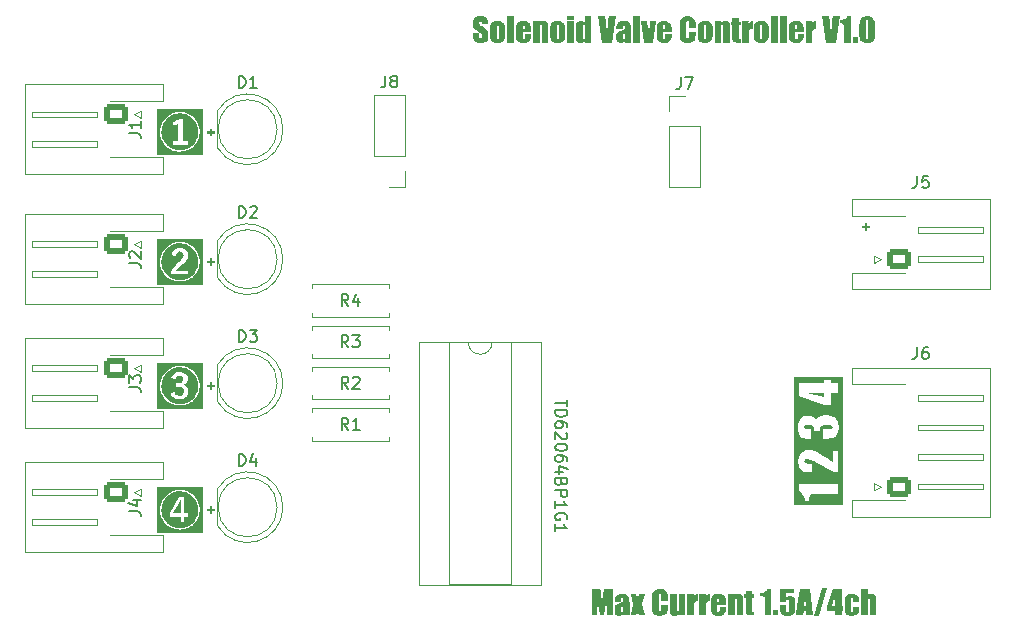
<source format=gto>
%TF.GenerationSoftware,KiCad,Pcbnew,8.0.5*%
%TF.CreationDate,2024-10-03T12:10:16+09:00*%
%TF.ProjectId,air_test1,6169725f-7465-4737-9431-2e6b69636164,rev?*%
%TF.SameCoordinates,Original*%
%TF.FileFunction,Legend,Top*%
%TF.FilePolarity,Positive*%
%FSLAX46Y46*%
G04 Gerber Fmt 4.6, Leading zero omitted, Abs format (unit mm)*
G04 Created by KiCad (PCBNEW 8.0.5) date 2024-10-03 12:10:16*
%MOMM*%
%LPD*%
G01*
G04 APERTURE LIST*
G04 Aperture macros list*
%AMRoundRect*
0 Rectangle with rounded corners*
0 $1 Rounding radius*
0 $2 $3 $4 $5 $6 $7 $8 $9 X,Y pos of 4 corners*
0 Add a 4 corners polygon primitive as box body*
4,1,4,$2,$3,$4,$5,$6,$7,$8,$9,$2,$3,0*
0 Add four circle primitives for the rounded corners*
1,1,$1+$1,$2,$3*
1,1,$1+$1,$4,$5*
1,1,$1+$1,$6,$7*
1,1,$1+$1,$8,$9*
0 Add four rect primitives between the rounded corners*
20,1,$1+$1,$2,$3,$4,$5,0*
20,1,$1+$1,$4,$5,$6,$7,0*
20,1,$1+$1,$6,$7,$8,$9,0*
20,1,$1+$1,$8,$9,$2,$3,0*%
G04 Aperture macros list end*
%ADD10C,0.100000*%
%ADD11C,0.312500*%
%ADD12C,0.150000*%
%ADD13C,0.200000*%
%ADD14C,0.120000*%
%ADD15R,1.600000X1.600000*%
%ADD16O,1.600000X1.600000*%
%ADD17RoundRect,0.250000X-0.750000X0.600000X-0.750000X-0.600000X0.750000X-0.600000X0.750000X0.600000X0*%
%ADD18O,2.000000X1.700000*%
%ADD19R,1.700000X1.700000*%
%ADD20O,1.700000X1.700000*%
%ADD21RoundRect,0.250000X0.750000X-0.600000X0.750000X0.600000X-0.750000X0.600000X-0.750000X-0.600000X0*%
%ADD22RoundRect,0.250000X0.725000X-0.600000X0.725000X0.600000X-0.725000X0.600000X-0.725000X-0.600000X0*%
%ADD23O,1.950000X1.700000*%
%ADD24C,1.600000*%
%ADD25R,1.800000X1.800000*%
%ADD26C,1.800000*%
%ADD27C,3.900000*%
%ADD28C,7.000000*%
G04 APERTURE END LIST*
D10*
G36*
X150043963Y-87689106D02*
G01*
X150290648Y-87689106D01*
X150290648Y-87439002D01*
X150458199Y-87439002D01*
X150458199Y-87689106D01*
X150706106Y-87689106D01*
X150706106Y-87861053D01*
X150458199Y-87861053D01*
X150458199Y-88111158D01*
X150290648Y-88111158D01*
X150290648Y-87861053D01*
X150043963Y-87861053D01*
X150043963Y-87689106D01*
G37*
G36*
X146817634Y-102205059D02*
G01*
X145397606Y-101837962D01*
X146817634Y-101837962D01*
X146817634Y-102205059D01*
G37*
G36*
X148370227Y-111308420D02*
G01*
X144280253Y-111308420D01*
X144280253Y-110058443D01*
X144660481Y-110058443D01*
X144732974Y-110119664D01*
X144843205Y-110233062D01*
X144940199Y-110360663D01*
X145023954Y-110502468D01*
X145094472Y-110658477D01*
X145151753Y-110828690D01*
X145188046Y-110975087D01*
X145551479Y-110975087D01*
X145551479Y-110893021D01*
X145552120Y-110824065D01*
X145560495Y-110667611D01*
X145592512Y-110521528D01*
X145595068Y-110516371D01*
X145711946Y-110419678D01*
X145723058Y-110417372D01*
X145869117Y-110405390D01*
X146026111Y-110401539D01*
X146182358Y-110400628D01*
X147990000Y-110400628D01*
X147990000Y-109567515D01*
X144660481Y-109567515D01*
X144660481Y-110058443D01*
X144280253Y-110058443D01*
X144280253Y-107652163D01*
X144613586Y-107652163D01*
X144619788Y-107789090D01*
X144644212Y-107941018D01*
X144691988Y-108087404D01*
X144724017Y-108152903D01*
X144811439Y-108278557D01*
X144923531Y-108381960D01*
X144952289Y-108402384D01*
X145087690Y-108478278D01*
X145234940Y-108524110D01*
X145357430Y-108540379D01*
X145507280Y-108549896D01*
X145667250Y-108552686D01*
X145785952Y-108552686D01*
X145785952Y-107806769D01*
X145460621Y-107806769D01*
X145301925Y-107799150D01*
X145158736Y-107760607D01*
X145149509Y-107754559D01*
X145082533Y-107619190D01*
X145082807Y-107607564D01*
X145152875Y-107478506D01*
X145215832Y-107449930D01*
X145366099Y-107431612D01*
X145454535Y-107438975D01*
X145605203Y-107475039D01*
X145746345Y-107525528D01*
X145884870Y-107585484D01*
X145930526Y-107607209D01*
X146081104Y-107684109D01*
X146239047Y-107768866D01*
X146379368Y-107845987D01*
X146538429Y-107934726D01*
X146716231Y-108035082D01*
X146845177Y-108108441D01*
X146982452Y-108186963D01*
X147128056Y-108270649D01*
X147281989Y-108359498D01*
X147444251Y-108453510D01*
X147614842Y-108552686D01*
X147990000Y-108552686D01*
X147990000Y-106720865D01*
X147521053Y-106720865D01*
X147521053Y-107633845D01*
X147390851Y-107548462D01*
X147206345Y-107428555D01*
X147034796Y-107318451D01*
X146876205Y-107218148D01*
X146730571Y-107127647D01*
X146597894Y-107046947D01*
X146441147Y-106954594D01*
X146277607Y-106863658D01*
X146128869Y-106790474D01*
X146108386Y-106781638D01*
X145966890Y-106727643D01*
X145809216Y-106682763D01*
X145655847Y-106655835D01*
X145506782Y-106646859D01*
X145411986Y-106650843D01*
X145256229Y-106676990D01*
X145113376Y-106727540D01*
X144983425Y-106802492D01*
X144866378Y-106901849D01*
X144850825Y-106917976D01*
X144755782Y-107044090D01*
X144684931Y-107193344D01*
X144643457Y-107339696D01*
X144619758Y-107503048D01*
X144613586Y-107652163D01*
X144280253Y-107652163D01*
X144280253Y-104781332D01*
X144613586Y-104781332D01*
X144615100Y-104868367D01*
X144627207Y-105028834D01*
X144656634Y-105193126D01*
X144702541Y-105332733D01*
X144785778Y-105475959D01*
X144847333Y-105538863D01*
X144978045Y-105617334D01*
X145124951Y-105663606D01*
X145275037Y-105686636D01*
X145447431Y-105694312D01*
X145739057Y-105694312D01*
X145739057Y-104861933D01*
X145430579Y-104861933D01*
X145299722Y-104858209D01*
X145148478Y-104830425D01*
X145082533Y-104711723D01*
X145142616Y-104598883D01*
X145241659Y-104570868D01*
X145388813Y-104562979D01*
X145587383Y-104562979D01*
X145696366Y-104566616D01*
X145843838Y-104593754D01*
X145949351Y-104694870D01*
X145962102Y-104760945D01*
X145971618Y-104912952D01*
X145973531Y-105061967D01*
X146442477Y-105061967D01*
X146443118Y-105032180D01*
X146450812Y-104879544D01*
X146474717Y-104734438D01*
X146484921Y-104708896D01*
X146591953Y-104606210D01*
X146724386Y-104571254D01*
X146872588Y-104562979D01*
X147104863Y-104562979D01*
X147197245Y-104563731D01*
X147346911Y-104569741D01*
X147493942Y-104593754D01*
X147567948Y-104721981D01*
X147508597Y-104836287D01*
X147380676Y-104857700D01*
X147227962Y-104861933D01*
X146676950Y-104861933D01*
X146676950Y-105694312D01*
X146934870Y-105694312D01*
X146963680Y-105694243D01*
X147125178Y-105690911D01*
X147288979Y-105680708D01*
X147443722Y-105660718D01*
X147588464Y-105623237D01*
X147711088Y-105556105D01*
X147820032Y-105452434D01*
X147907201Y-105326482D01*
X147915180Y-105312211D01*
X147975594Y-105168831D01*
X148012070Y-105018805D01*
X148030688Y-104870101D01*
X148036894Y-104705129D01*
X148034193Y-104599423D01*
X148018634Y-104443020D01*
X147984598Y-104285787D01*
X147926252Y-104134333D01*
X147846697Y-104008066D01*
X147736210Y-103899091D01*
X147601653Y-103821458D01*
X147484234Y-103781707D01*
X147326299Y-103750564D01*
X147162946Y-103734947D01*
X147002281Y-103730600D01*
X146970137Y-103730691D01*
X146792840Y-103735053D01*
X146642230Y-103745958D01*
X146482930Y-103770676D01*
X146341360Y-103823656D01*
X146299100Y-103854887D01*
X146201326Y-103967647D01*
X146137662Y-104105757D01*
X146111318Y-104059572D01*
X146021114Y-103934457D01*
X145908318Y-103837578D01*
X145814308Y-103797392D01*
X145661259Y-103768816D01*
X145500188Y-103761374D01*
X145448697Y-103762204D01*
X145279747Y-103778183D01*
X145128328Y-103814497D01*
X144976745Y-103880901D01*
X144848060Y-103973866D01*
X144806157Y-104016945D01*
X144724412Y-104143710D01*
X144672205Y-104281612D01*
X144636484Y-104446510D01*
X144619311Y-104604547D01*
X144613586Y-104781332D01*
X144280253Y-104781332D01*
X144280253Y-101005582D01*
X144660481Y-101005582D01*
X144660481Y-101837962D01*
X144660481Y-102108339D01*
X146817634Y-102827145D01*
X147380369Y-102827145D01*
X147380369Y-101837962D01*
X147990000Y-101837962D01*
X147990000Y-101005582D01*
X147380369Y-101005582D01*
X147380369Y-100768911D01*
X146817634Y-100768911D01*
X146817634Y-101005582D01*
X144660481Y-101005582D01*
X144280253Y-101005582D01*
X144280253Y-100435578D01*
X148370227Y-100435578D01*
X148370227Y-111308420D01*
G37*
D11*
G36*
X92330256Y-111001974D02*
G01*
X92325999Y-111141570D01*
X92321992Y-111286141D01*
X92318836Y-111423171D01*
X92317166Y-111559830D01*
X92317166Y-112016564D01*
X91715718Y-112016564D01*
X92028349Y-111439541D01*
X92073994Y-111356536D01*
X92130340Y-111246675D01*
X92190017Y-111122788D01*
X92243819Y-111005437D01*
X92300069Y-110877782D01*
X92334263Y-110877782D01*
X92330256Y-111001974D01*
G37*
G36*
X92311137Y-110146504D02*
G01*
X92440604Y-110155949D01*
X92567210Y-110175889D01*
X92690953Y-110206324D01*
X92811834Y-110247254D01*
X92929853Y-110298679D01*
X93045010Y-110360598D01*
X93088485Y-110387188D01*
X93192225Y-110458588D01*
X93288900Y-110537025D01*
X93378508Y-110622498D01*
X93461050Y-110715008D01*
X93536527Y-110814553D01*
X93604937Y-110921135D01*
X93630964Y-110966931D01*
X93688685Y-111083423D01*
X93735912Y-111202778D01*
X93772644Y-111324995D01*
X93798881Y-111450074D01*
X93814623Y-111578015D01*
X93819870Y-111708818D01*
X93819031Y-111761483D01*
X93809585Y-111891142D01*
X93789645Y-112017938D01*
X93759210Y-112141872D01*
X93718281Y-112262944D01*
X93666856Y-112381154D01*
X93604937Y-112496502D01*
X93578421Y-112539979D01*
X93507184Y-112643746D01*
X93428881Y-112740477D01*
X93343513Y-112830172D01*
X93251078Y-112912831D01*
X93151577Y-112988453D01*
X93045010Y-113057039D01*
X92999291Y-113083066D01*
X92882989Y-113140788D01*
X92763825Y-113188014D01*
X92641799Y-113224746D01*
X92516911Y-113250983D01*
X92389161Y-113266725D01*
X92258548Y-113271973D01*
X92205959Y-113271133D01*
X92076492Y-113261688D01*
X91949886Y-113241748D01*
X91826143Y-113211313D01*
X91705262Y-113170383D01*
X91587243Y-113118958D01*
X91472086Y-113057039D01*
X91428611Y-113030449D01*
X91324871Y-112959048D01*
X91228196Y-112880612D01*
X91138588Y-112795139D01*
X91056046Y-112702629D01*
X90980569Y-112603084D01*
X90912159Y-112496502D01*
X90886132Y-112450706D01*
X90828411Y-112334214D01*
X90781184Y-112214859D01*
X90744452Y-112092642D01*
X90732080Y-112033661D01*
X91406751Y-112033661D01*
X91406751Y-112295001D01*
X92317166Y-112295001D01*
X92317166Y-112791425D01*
X92651779Y-112791425D01*
X92651779Y-112295001D01*
X92964410Y-112295001D01*
X92964410Y-112016564D01*
X92651779Y-112016564D01*
X92651779Y-110613389D01*
X92190160Y-110613389D01*
X91416182Y-112016564D01*
X91406751Y-112033661D01*
X90732080Y-112033661D01*
X90718215Y-111967563D01*
X90702473Y-111839622D01*
X90697226Y-111708818D01*
X90698065Y-111656154D01*
X90707511Y-111526495D01*
X90727451Y-111399699D01*
X90757886Y-111275764D01*
X90798815Y-111154692D01*
X90850240Y-111036483D01*
X90912159Y-110921135D01*
X90938675Y-110877658D01*
X91009912Y-110773891D01*
X91088215Y-110677160D01*
X91173583Y-110587465D01*
X91266018Y-110504806D01*
X91365519Y-110429184D01*
X91472086Y-110360598D01*
X91517805Y-110334571D01*
X91634107Y-110276849D01*
X91753271Y-110229623D01*
X91875297Y-110192891D01*
X92000185Y-110166654D01*
X92127935Y-110150912D01*
X92258548Y-110145664D01*
X92311137Y-110146504D01*
G37*
G36*
X94214274Y-113666987D02*
G01*
X90302822Y-113666987D01*
X90302822Y-111709429D01*
X90580600Y-111709429D01*
X90581499Y-111766120D01*
X90591615Y-111905677D01*
X90612971Y-112042134D01*
X90645568Y-112175489D01*
X90689405Y-112305744D01*
X90744481Y-112432898D01*
X90810799Y-112556952D01*
X90839120Y-112603811D01*
X90915309Y-112715575D01*
X90999190Y-112819646D01*
X91090763Y-112916026D01*
X91190028Y-113004713D01*
X91296986Y-113085708D01*
X91411636Y-113159010D01*
X91460883Y-113186886D01*
X91586150Y-113248707D01*
X91714488Y-113299288D01*
X91845896Y-113338628D01*
X91980376Y-113366729D01*
X92117926Y-113383589D01*
X92258548Y-113389209D01*
X92315165Y-113388310D01*
X92454558Y-113378194D01*
X92590880Y-113356837D01*
X92724132Y-113324241D01*
X92854312Y-113280404D01*
X92981422Y-113225327D01*
X93105460Y-113159010D01*
X93152243Y-113130612D01*
X93263816Y-113054233D01*
X93367697Y-112970161D01*
X93463885Y-112878397D01*
X93552382Y-112778941D01*
X93633186Y-112671792D01*
X93706297Y-112556952D01*
X93734173Y-112507702D01*
X93795994Y-112382409D01*
X93846575Y-112254014D01*
X93885916Y-112122519D01*
X93914016Y-111987923D01*
X93930876Y-111850226D01*
X93936496Y-111709429D01*
X93935597Y-111652664D01*
X93925481Y-111512943D01*
X93904125Y-111376352D01*
X93871528Y-111242892D01*
X93827691Y-111112563D01*
X93772615Y-110985364D01*
X93706297Y-110861296D01*
X93677976Y-110814436D01*
X93601787Y-110702673D01*
X93517906Y-110598601D01*
X93426333Y-110502222D01*
X93327068Y-110413535D01*
X93220110Y-110332540D01*
X93105460Y-110259237D01*
X93056213Y-110231361D01*
X92930946Y-110169540D01*
X92802608Y-110118960D01*
X92671200Y-110079619D01*
X92536720Y-110051519D01*
X92399170Y-110034658D01*
X92258548Y-110029038D01*
X92201931Y-110029937D01*
X92062538Y-110040054D01*
X91926216Y-110061410D01*
X91792964Y-110094006D01*
X91662784Y-110137843D01*
X91535674Y-110192920D01*
X91411636Y-110259237D01*
X91364853Y-110287635D01*
X91253280Y-110364015D01*
X91149399Y-110448086D01*
X91053211Y-110539850D01*
X90964714Y-110639307D01*
X90883910Y-110746455D01*
X90810799Y-110861296D01*
X90782923Y-110910547D01*
X90721102Y-111035868D01*
X90670521Y-111164319D01*
X90631180Y-111295901D01*
X90603080Y-111430613D01*
X90586220Y-111568456D01*
X90580624Y-111708818D01*
X90580600Y-111709429D01*
X90302822Y-111709429D01*
X90302822Y-109751260D01*
X94214274Y-109751260D01*
X94214274Y-113666987D01*
G37*
G36*
X92311137Y-99646504D02*
G01*
X92440604Y-99655949D01*
X92567210Y-99675889D01*
X92690953Y-99706324D01*
X92811834Y-99747254D01*
X92929853Y-99798679D01*
X93045010Y-99860598D01*
X93088485Y-99887188D01*
X93192225Y-99958588D01*
X93288900Y-100037025D01*
X93378508Y-100122498D01*
X93461050Y-100215008D01*
X93536527Y-100314553D01*
X93604937Y-100421135D01*
X93630964Y-100466931D01*
X93688685Y-100583423D01*
X93735912Y-100702778D01*
X93772644Y-100824995D01*
X93798881Y-100950074D01*
X93814623Y-101078015D01*
X93819870Y-101208818D01*
X93819031Y-101261483D01*
X93809585Y-101391142D01*
X93789645Y-101517938D01*
X93759210Y-101641872D01*
X93718281Y-101762944D01*
X93666856Y-101881154D01*
X93604937Y-101996502D01*
X93578421Y-102039979D01*
X93507184Y-102143746D01*
X93428881Y-102240477D01*
X93343513Y-102330172D01*
X93251078Y-102412831D01*
X93151577Y-102488453D01*
X93045010Y-102557039D01*
X92999291Y-102583066D01*
X92882989Y-102640788D01*
X92763825Y-102688014D01*
X92641799Y-102724746D01*
X92516911Y-102750983D01*
X92389161Y-102766725D01*
X92258548Y-102771973D01*
X92205959Y-102771133D01*
X92076492Y-102761688D01*
X91949886Y-102741748D01*
X91826143Y-102711313D01*
X91705262Y-102670383D01*
X91587243Y-102618958D01*
X91472086Y-102557039D01*
X91428611Y-102530449D01*
X91324871Y-102459048D01*
X91228196Y-102380612D01*
X91138588Y-102295139D01*
X91056046Y-102202629D01*
X90980569Y-102103084D01*
X90912159Y-101996502D01*
X90886132Y-101950706D01*
X90841052Y-101859726D01*
X91491015Y-101859726D01*
X91537545Y-101972783D01*
X91614518Y-102092907D01*
X91712391Y-102189477D01*
X91831164Y-102262494D01*
X91970838Y-102311956D01*
X92097624Y-102334568D01*
X92237787Y-102342105D01*
X92257219Y-102341954D01*
X92387233Y-102332412D01*
X92522941Y-102303332D01*
X92644910Y-102254865D01*
X92753140Y-102187011D01*
X92794934Y-102151926D01*
X92876466Y-102060751D01*
X92942240Y-101940595D01*
X92975812Y-101821496D01*
X92987002Y-101689366D01*
X92979188Y-101581365D01*
X92938166Y-101440258D01*
X92861980Y-101324223D01*
X92750633Y-101233262D01*
X92630983Y-101176614D01*
X92486915Y-101137377D01*
X92486915Y-101116617D01*
X92580758Y-101091353D01*
X92702488Y-101036570D01*
X92801378Y-100961523D01*
X92872862Y-100871875D01*
X92920915Y-100756596D01*
X92936933Y-100623857D01*
X92936281Y-100595249D01*
X92913491Y-100461798D01*
X92858143Y-100344328D01*
X92770237Y-100242838D01*
X92719413Y-100201622D01*
X92604085Y-100135676D01*
X92488208Y-100096006D01*
X92358366Y-100073165D01*
X92235956Y-100066983D01*
X92135204Y-100071105D01*
X92011904Y-100089423D01*
X91875516Y-100132929D01*
X91758836Y-100199332D01*
X91661863Y-100288633D01*
X91584598Y-100400833D01*
X91527041Y-100535929D01*
X91868981Y-100637290D01*
X91908444Y-100539345D01*
X91992834Y-100430423D01*
X92107461Y-100367096D01*
X92234734Y-100349084D01*
X92342626Y-100362290D01*
X92454553Y-100418082D01*
X92460864Y-100423260D01*
X92534595Y-100523457D01*
X92557135Y-100647060D01*
X92541808Y-100765341D01*
X92473687Y-100884982D01*
X92369377Y-100953979D01*
X92246759Y-100986609D01*
X92121161Y-100995106D01*
X91966678Y-100995106D01*
X91966678Y-101286976D01*
X92141922Y-101286976D01*
X92169684Y-101287370D01*
X92295273Y-101301144D01*
X92416896Y-101343648D01*
X92518689Y-101429050D01*
X92577297Y-101553020D01*
X92593161Y-101689977D01*
X92592409Y-101719021D01*
X92569035Y-101841505D01*
X92507676Y-101948874D01*
X92475416Y-101981065D01*
X92366690Y-102042174D01*
X92241451Y-102060615D01*
X92201814Y-102059423D01*
X92078337Y-102036465D01*
X91966271Y-101974451D01*
X91885194Y-101874273D01*
X91839672Y-101755312D01*
X91491015Y-101859726D01*
X90841052Y-101859726D01*
X90828411Y-101834214D01*
X90781184Y-101714859D01*
X90744452Y-101592642D01*
X90718215Y-101467563D01*
X90702473Y-101339622D01*
X90697226Y-101208818D01*
X90698065Y-101156154D01*
X90707511Y-101026495D01*
X90727451Y-100899699D01*
X90757886Y-100775764D01*
X90798815Y-100654692D01*
X90850240Y-100536483D01*
X90912159Y-100421135D01*
X90938675Y-100377658D01*
X91009912Y-100273891D01*
X91088215Y-100177160D01*
X91173583Y-100087465D01*
X91266018Y-100004806D01*
X91365519Y-99929184D01*
X91472086Y-99860598D01*
X91517805Y-99834571D01*
X91634107Y-99776849D01*
X91753271Y-99729623D01*
X91875297Y-99692891D01*
X92000185Y-99666654D01*
X92127935Y-99650912D01*
X92258548Y-99645664D01*
X92311137Y-99646504D01*
G37*
G36*
X94214274Y-103166987D02*
G01*
X90302822Y-103166987D01*
X90302822Y-101209429D01*
X90580600Y-101209429D01*
X90581499Y-101266120D01*
X90591615Y-101405677D01*
X90612971Y-101542134D01*
X90645568Y-101675489D01*
X90689405Y-101805744D01*
X90744481Y-101932898D01*
X90810799Y-102056952D01*
X90839120Y-102103811D01*
X90915309Y-102215575D01*
X90999190Y-102319646D01*
X91090763Y-102416026D01*
X91190028Y-102504713D01*
X91296986Y-102585708D01*
X91411636Y-102659010D01*
X91460883Y-102686886D01*
X91586150Y-102748707D01*
X91714488Y-102799288D01*
X91845896Y-102838628D01*
X91980376Y-102866729D01*
X92117926Y-102883589D01*
X92258548Y-102889209D01*
X92315165Y-102888310D01*
X92454558Y-102878194D01*
X92590880Y-102856837D01*
X92724132Y-102824241D01*
X92854312Y-102780404D01*
X92981422Y-102725327D01*
X93105460Y-102659010D01*
X93152243Y-102630612D01*
X93263816Y-102554233D01*
X93367697Y-102470161D01*
X93463885Y-102378397D01*
X93552382Y-102278941D01*
X93633186Y-102171792D01*
X93706297Y-102056952D01*
X93734173Y-102007702D01*
X93795994Y-101882409D01*
X93846575Y-101754014D01*
X93885916Y-101622519D01*
X93914016Y-101487923D01*
X93930876Y-101350226D01*
X93936496Y-101209429D01*
X93935597Y-101152664D01*
X93925481Y-101012943D01*
X93904125Y-100876352D01*
X93871528Y-100742892D01*
X93827691Y-100612563D01*
X93772615Y-100485364D01*
X93706297Y-100361296D01*
X93677976Y-100314436D01*
X93601787Y-100202673D01*
X93517906Y-100098601D01*
X93426333Y-100002222D01*
X93327068Y-99913535D01*
X93220110Y-99832540D01*
X93105460Y-99759237D01*
X93056213Y-99731361D01*
X92930946Y-99669540D01*
X92802608Y-99618960D01*
X92671200Y-99579619D01*
X92536720Y-99551519D01*
X92399170Y-99534658D01*
X92258548Y-99529038D01*
X92201931Y-99529937D01*
X92062538Y-99540054D01*
X91926216Y-99561410D01*
X91792964Y-99594006D01*
X91662784Y-99637843D01*
X91535674Y-99692920D01*
X91411636Y-99759237D01*
X91364853Y-99787635D01*
X91253280Y-99864015D01*
X91149399Y-99948086D01*
X91053211Y-100039850D01*
X90964714Y-100139307D01*
X90883910Y-100246455D01*
X90810799Y-100361296D01*
X90782923Y-100410547D01*
X90721102Y-100535868D01*
X90670521Y-100664319D01*
X90631180Y-100795901D01*
X90603080Y-100930613D01*
X90586220Y-101068456D01*
X90580624Y-101208818D01*
X90580600Y-101209429D01*
X90302822Y-101209429D01*
X90302822Y-99251260D01*
X94214274Y-99251260D01*
X94214274Y-103166987D01*
G37*
G36*
X92311137Y-89146504D02*
G01*
X92440604Y-89155949D01*
X92567210Y-89175889D01*
X92690953Y-89206324D01*
X92811834Y-89247254D01*
X92929853Y-89298679D01*
X93045010Y-89360598D01*
X93088485Y-89387188D01*
X93192225Y-89458588D01*
X93288900Y-89537025D01*
X93378508Y-89622498D01*
X93461050Y-89715008D01*
X93536527Y-89814553D01*
X93604937Y-89921135D01*
X93630964Y-89966931D01*
X93688685Y-90083423D01*
X93735912Y-90202778D01*
X93772644Y-90324995D01*
X93798881Y-90450074D01*
X93814623Y-90578015D01*
X93819870Y-90708818D01*
X93819031Y-90761483D01*
X93809585Y-90891142D01*
X93789645Y-91017938D01*
X93759210Y-91141872D01*
X93718281Y-91262944D01*
X93666856Y-91381154D01*
X93604937Y-91496502D01*
X93578421Y-91539979D01*
X93507184Y-91643746D01*
X93428881Y-91740477D01*
X93343513Y-91830172D01*
X93251078Y-91912831D01*
X93151577Y-91988453D01*
X93045010Y-92057039D01*
X92999291Y-92083066D01*
X92882989Y-92140788D01*
X92763825Y-92188014D01*
X92641799Y-92224746D01*
X92516911Y-92250983D01*
X92389161Y-92266725D01*
X92258548Y-92271973D01*
X92205959Y-92271133D01*
X92076492Y-92261688D01*
X91949886Y-92241748D01*
X91826143Y-92211313D01*
X91705262Y-92170383D01*
X91587243Y-92118958D01*
X91472086Y-92057039D01*
X91428611Y-92030449D01*
X91324871Y-91959048D01*
X91228196Y-91880612D01*
X91138588Y-91795139D01*
X91056046Y-91702629D01*
X90980569Y-91603084D01*
X90914510Y-91500165D01*
X91516660Y-91500165D01*
X91516660Y-91763948D01*
X92976622Y-91763948D01*
X92976622Y-91468414D01*
X91909891Y-91468414D01*
X91936989Y-91424443D01*
X92015078Y-91320008D01*
X92098569Y-91228445D01*
X92193494Y-91137862D01*
X92287910Y-91052587D01*
X92388054Y-90964572D01*
X92486915Y-90879178D01*
X92579665Y-90799315D01*
X92673440Y-90713792D01*
X92761577Y-90626141D01*
X92849616Y-90523194D01*
X92864108Y-90502273D01*
X92922545Y-90392877D01*
X92957607Y-90275490D01*
X92969295Y-90150113D01*
X92965061Y-90073134D01*
X92936102Y-89946669D01*
X92879710Y-89835756D01*
X92795882Y-89740396D01*
X92745145Y-89699895D01*
X92629587Y-89635094D01*
X92513072Y-89596113D01*
X92382182Y-89573669D01*
X92258548Y-89567594D01*
X92159887Y-89572424D01*
X92037689Y-89593890D01*
X91912990Y-89638568D01*
X91801814Y-89704980D01*
X91788542Y-89714971D01*
X91694003Y-89805332D01*
X91620148Y-89914239D01*
X91566978Y-90041694D01*
X91537421Y-90168431D01*
X91896458Y-90242315D01*
X91906935Y-90172040D01*
X91942670Y-90052227D01*
X92020971Y-89935487D01*
X92134306Y-89867900D01*
X92262212Y-89849084D01*
X92371906Y-89862524D01*
X92482030Y-89919303D01*
X92555402Y-90024759D01*
X92576064Y-90150724D01*
X92562110Y-90258254D01*
X92512561Y-90372984D01*
X92471304Y-90432160D01*
X92386010Y-90532004D01*
X92295449Y-90624845D01*
X92199930Y-90715535D01*
X92141519Y-90765397D01*
X92030980Y-90864793D01*
X91928818Y-90963749D01*
X91835032Y-91062267D01*
X91749624Y-91160346D01*
X91672592Y-91257986D01*
X91588082Y-91379418D01*
X91516660Y-91500165D01*
X90914510Y-91500165D01*
X90912159Y-91496502D01*
X90886132Y-91450706D01*
X90828411Y-91334214D01*
X90781184Y-91214859D01*
X90744452Y-91092642D01*
X90718215Y-90967563D01*
X90702473Y-90839622D01*
X90697226Y-90708818D01*
X90698065Y-90656154D01*
X90707511Y-90526495D01*
X90727451Y-90399699D01*
X90757886Y-90275764D01*
X90798815Y-90154692D01*
X90850240Y-90036483D01*
X90912159Y-89921135D01*
X90938675Y-89877658D01*
X91009912Y-89773891D01*
X91088215Y-89677160D01*
X91173583Y-89587465D01*
X91266018Y-89504806D01*
X91365519Y-89429184D01*
X91472086Y-89360598D01*
X91517805Y-89334571D01*
X91634107Y-89276849D01*
X91753271Y-89229623D01*
X91875297Y-89192891D01*
X92000185Y-89166654D01*
X92127935Y-89150912D01*
X92258548Y-89145664D01*
X92311137Y-89146504D01*
G37*
G36*
X94214274Y-92666987D02*
G01*
X90302822Y-92666987D01*
X90302822Y-90709429D01*
X90580600Y-90709429D01*
X90581499Y-90766120D01*
X90591615Y-90905677D01*
X90612971Y-91042134D01*
X90645568Y-91175489D01*
X90689405Y-91305744D01*
X90744481Y-91432898D01*
X90810799Y-91556952D01*
X90839120Y-91603811D01*
X90915309Y-91715575D01*
X90999190Y-91819646D01*
X91090763Y-91916026D01*
X91190028Y-92004713D01*
X91296986Y-92085708D01*
X91411636Y-92159010D01*
X91460883Y-92186886D01*
X91586150Y-92248707D01*
X91714488Y-92299288D01*
X91845896Y-92338628D01*
X91980376Y-92366729D01*
X92117926Y-92383589D01*
X92258548Y-92389209D01*
X92315165Y-92388310D01*
X92454558Y-92378194D01*
X92590880Y-92356837D01*
X92724132Y-92324241D01*
X92854312Y-92280404D01*
X92981422Y-92225327D01*
X93105460Y-92159010D01*
X93152243Y-92130612D01*
X93263816Y-92054233D01*
X93367697Y-91970161D01*
X93463885Y-91878397D01*
X93552382Y-91778941D01*
X93633186Y-91671792D01*
X93706297Y-91556952D01*
X93734173Y-91507702D01*
X93795994Y-91382409D01*
X93846575Y-91254014D01*
X93885916Y-91122519D01*
X93914016Y-90987923D01*
X93930876Y-90850226D01*
X93936496Y-90709429D01*
X93935597Y-90652664D01*
X93925481Y-90512943D01*
X93904125Y-90376352D01*
X93871528Y-90242892D01*
X93827691Y-90112563D01*
X93772615Y-89985364D01*
X93706297Y-89861296D01*
X93677976Y-89814436D01*
X93601787Y-89702673D01*
X93517906Y-89598601D01*
X93426333Y-89502222D01*
X93327068Y-89413535D01*
X93220110Y-89332540D01*
X93105460Y-89259237D01*
X93056213Y-89231361D01*
X92930946Y-89169540D01*
X92802608Y-89118960D01*
X92671200Y-89079619D01*
X92536720Y-89051519D01*
X92399170Y-89034658D01*
X92258548Y-89029038D01*
X92201931Y-89029937D01*
X92062538Y-89040054D01*
X91926216Y-89061410D01*
X91792964Y-89094006D01*
X91662784Y-89137843D01*
X91535674Y-89192920D01*
X91411636Y-89259237D01*
X91364853Y-89287635D01*
X91253280Y-89364015D01*
X91149399Y-89448086D01*
X91053211Y-89539850D01*
X90964714Y-89639307D01*
X90883910Y-89746455D01*
X90810799Y-89861296D01*
X90782923Y-89910547D01*
X90721102Y-90035868D01*
X90670521Y-90164319D01*
X90631180Y-90295901D01*
X90603080Y-90430613D01*
X90586220Y-90568456D01*
X90580624Y-90708818D01*
X90580600Y-90709429D01*
X90302822Y-90709429D01*
X90302822Y-88751260D01*
X94214274Y-88751260D01*
X94214274Y-92666987D01*
G37*
G36*
X92311137Y-78146504D02*
G01*
X92440604Y-78155949D01*
X92567210Y-78175889D01*
X92690953Y-78206324D01*
X92811834Y-78247254D01*
X92929853Y-78298679D01*
X93045010Y-78360598D01*
X93088485Y-78387188D01*
X93192225Y-78458588D01*
X93288900Y-78537025D01*
X93378508Y-78622498D01*
X93461050Y-78715008D01*
X93536527Y-78814553D01*
X93604937Y-78921135D01*
X93630964Y-78966931D01*
X93688685Y-79083423D01*
X93735912Y-79202778D01*
X93772644Y-79324995D01*
X93798881Y-79450074D01*
X93814623Y-79578015D01*
X93819870Y-79708818D01*
X93819031Y-79761483D01*
X93809585Y-79891142D01*
X93789645Y-80017938D01*
X93759210Y-80141872D01*
X93718281Y-80262944D01*
X93666856Y-80381154D01*
X93604937Y-80496502D01*
X93578421Y-80539979D01*
X93507184Y-80643746D01*
X93428881Y-80740477D01*
X93343513Y-80830172D01*
X93251078Y-80912831D01*
X93151577Y-80988453D01*
X93045010Y-81057039D01*
X92999291Y-81083066D01*
X92882989Y-81140788D01*
X92763825Y-81188014D01*
X92641799Y-81224746D01*
X92516911Y-81250983D01*
X92389161Y-81266725D01*
X92258548Y-81271973D01*
X92205959Y-81271133D01*
X92076492Y-81261688D01*
X91949886Y-81241748D01*
X91826143Y-81211313D01*
X91705262Y-81170383D01*
X91587243Y-81118958D01*
X91472086Y-81057039D01*
X91428611Y-81030449D01*
X91324871Y-80959048D01*
X91228196Y-80880612D01*
X91138588Y-80795139D01*
X91056046Y-80702629D01*
X90980569Y-80603084D01*
X90912159Y-80496502D01*
X90886132Y-80450706D01*
X90828411Y-80334214D01*
X90781184Y-80214859D01*
X90744452Y-80092642D01*
X90718215Y-79967563D01*
X90702473Y-79839622D01*
X90697226Y-79708818D01*
X90698065Y-79656154D01*
X90707511Y-79526495D01*
X90727451Y-79399699D01*
X90757886Y-79275764D01*
X90798815Y-79154692D01*
X90850240Y-79036483D01*
X90912159Y-78921135D01*
X90928917Y-78893658D01*
X91638782Y-78893658D01*
X91702285Y-79189192D01*
X91796495Y-79157571D01*
X91913159Y-79111070D01*
X92032181Y-79052825D01*
X92138258Y-78988302D01*
X92138258Y-80518483D01*
X91681524Y-80518483D01*
X91681524Y-80803026D01*
X92922889Y-80803026D01*
X92922889Y-80518483D01*
X92493632Y-80518483D01*
X92493632Y-78625601D01*
X92195045Y-78625601D01*
X92107397Y-78682653D01*
X91995427Y-78745251D01*
X91872997Y-78803584D01*
X91759732Y-78850188D01*
X91638782Y-78893658D01*
X90928917Y-78893658D01*
X90938675Y-78877658D01*
X91009912Y-78773891D01*
X91088215Y-78677160D01*
X91173583Y-78587465D01*
X91266018Y-78504806D01*
X91365519Y-78429184D01*
X91472086Y-78360598D01*
X91517805Y-78334571D01*
X91634107Y-78276849D01*
X91753271Y-78229623D01*
X91875297Y-78192891D01*
X92000185Y-78166654D01*
X92127935Y-78150912D01*
X92258548Y-78145664D01*
X92311137Y-78146504D01*
G37*
G36*
X94214274Y-81666987D02*
G01*
X90302822Y-81666987D01*
X90302822Y-79709429D01*
X90580600Y-79709429D01*
X90581499Y-79766120D01*
X90591615Y-79905677D01*
X90612971Y-80042134D01*
X90645568Y-80175489D01*
X90689405Y-80305744D01*
X90744481Y-80432898D01*
X90810799Y-80556952D01*
X90839120Y-80603811D01*
X90915309Y-80715575D01*
X90999190Y-80819646D01*
X91090763Y-80916026D01*
X91190028Y-81004713D01*
X91296986Y-81085708D01*
X91411636Y-81159010D01*
X91460883Y-81186886D01*
X91586150Y-81248707D01*
X91714488Y-81299288D01*
X91845896Y-81338628D01*
X91980376Y-81366729D01*
X92117926Y-81383589D01*
X92258548Y-81389209D01*
X92315165Y-81388310D01*
X92454558Y-81378194D01*
X92590880Y-81356837D01*
X92724132Y-81324241D01*
X92854312Y-81280404D01*
X92981422Y-81225327D01*
X93105460Y-81159010D01*
X93152243Y-81130612D01*
X93263816Y-81054233D01*
X93367697Y-80970161D01*
X93463885Y-80878397D01*
X93552382Y-80778941D01*
X93633186Y-80671792D01*
X93706297Y-80556952D01*
X93734173Y-80507702D01*
X93795994Y-80382409D01*
X93846575Y-80254014D01*
X93885916Y-80122519D01*
X93914016Y-79987923D01*
X93930876Y-79850226D01*
X93936496Y-79709429D01*
X93935597Y-79652664D01*
X93925481Y-79512943D01*
X93904125Y-79376352D01*
X93871528Y-79242892D01*
X93827691Y-79112563D01*
X93772615Y-78985364D01*
X93706297Y-78861296D01*
X93677976Y-78814436D01*
X93601787Y-78702673D01*
X93517906Y-78598601D01*
X93426333Y-78502222D01*
X93327068Y-78413535D01*
X93220110Y-78332540D01*
X93105460Y-78259237D01*
X93056213Y-78231361D01*
X92930946Y-78169540D01*
X92802608Y-78118960D01*
X92671200Y-78079619D01*
X92536720Y-78051519D01*
X92399170Y-78034658D01*
X92258548Y-78029038D01*
X92201931Y-78029937D01*
X92062538Y-78040054D01*
X91926216Y-78061410D01*
X91792964Y-78094006D01*
X91662784Y-78137843D01*
X91535674Y-78192920D01*
X91411636Y-78259237D01*
X91364853Y-78287635D01*
X91253280Y-78364015D01*
X91149399Y-78448086D01*
X91053211Y-78539850D01*
X90964714Y-78639307D01*
X90883910Y-78746455D01*
X90810799Y-78861296D01*
X90782923Y-78910547D01*
X90721102Y-79035868D01*
X90670521Y-79164319D01*
X90631180Y-79295901D01*
X90603080Y-79430613D01*
X90586220Y-79568456D01*
X90580624Y-79708818D01*
X90580600Y-79709429D01*
X90302822Y-79709429D01*
X90302822Y-77751260D01*
X94214274Y-77751260D01*
X94214274Y-81666987D01*
G37*
D10*
G36*
X94543963Y-101189106D02*
G01*
X94790648Y-101189106D01*
X94790648Y-100939002D01*
X94958199Y-100939002D01*
X94958199Y-101189106D01*
X95206106Y-101189106D01*
X95206106Y-101361053D01*
X94958199Y-101361053D01*
X94958199Y-101611158D01*
X94790648Y-101611158D01*
X94790648Y-101361053D01*
X94543963Y-101361053D01*
X94543963Y-101189106D01*
G37*
G36*
X94543963Y-90689106D02*
G01*
X94790648Y-90689106D01*
X94790648Y-90439002D01*
X94958199Y-90439002D01*
X94958199Y-90689106D01*
X95206106Y-90689106D01*
X95206106Y-90861053D01*
X94958199Y-90861053D01*
X94958199Y-91111158D01*
X94790648Y-91111158D01*
X94790648Y-90861053D01*
X94543963Y-90861053D01*
X94543963Y-90689106D01*
G37*
G36*
X94543963Y-79689106D02*
G01*
X94790648Y-79689106D01*
X94790648Y-79439002D01*
X94958199Y-79439002D01*
X94958199Y-79689106D01*
X95206106Y-79689106D01*
X95206106Y-79861053D01*
X94958199Y-79861053D01*
X94958199Y-80111158D01*
X94790648Y-80111158D01*
X94790648Y-79861053D01*
X94543963Y-79861053D01*
X94543963Y-79689106D01*
G37*
D12*
G36*
X118340893Y-70628108D02*
G01*
X117803558Y-70628108D01*
X117803558Y-70463000D01*
X117797768Y-70364087D01*
X117783042Y-70315966D01*
X117714166Y-70284214D01*
X117635519Y-70324270D01*
X117609309Y-70420600D01*
X117608653Y-70444926D01*
X117618235Y-70545356D01*
X117638939Y-70601242D01*
X117710533Y-70674567D01*
X117794259Y-70731880D01*
X117802581Y-70737041D01*
X117894592Y-70795399D01*
X117977673Y-70850797D01*
X118068966Y-70915879D01*
X118146306Y-70976334D01*
X118220695Y-71042772D01*
X118288625Y-71120990D01*
X118337032Y-71216075D01*
X118366761Y-71324145D01*
X118382506Y-71436888D01*
X118388373Y-71547032D01*
X118388764Y-71586517D01*
X118385284Y-71695602D01*
X118373048Y-71800003D01*
X118346129Y-71901262D01*
X118333077Y-71930900D01*
X118270740Y-72014793D01*
X118191294Y-72076713D01*
X118118143Y-72116524D01*
X118024433Y-72152653D01*
X117922453Y-72176957D01*
X117824863Y-72188635D01*
X117747383Y-72191263D01*
X117648928Y-72187055D01*
X117544423Y-72171943D01*
X117448466Y-72145839D01*
X117350732Y-72103335D01*
X117267373Y-72050089D01*
X117195779Y-71982045D01*
X117142592Y-71896397D01*
X117135799Y-71879609D01*
X117109008Y-71783266D01*
X117093380Y-71677470D01*
X117086236Y-71568248D01*
X117084996Y-71492728D01*
X117084996Y-71347159D01*
X117622330Y-71347159D01*
X117622330Y-71618757D01*
X117627268Y-71716810D01*
X117644801Y-71780446D01*
X117725401Y-71816106D01*
X117810886Y-71771165D01*
X117837862Y-71673945D01*
X117839218Y-71637320D01*
X117834968Y-71538114D01*
X117816077Y-71439138D01*
X117785484Y-71381842D01*
X117706852Y-71314683D01*
X117623814Y-71256104D01*
X117541652Y-71202209D01*
X117515352Y-71185471D01*
X117427857Y-71128947D01*
X117344921Y-71072992D01*
X117260595Y-71011110D01*
X117229099Y-70984703D01*
X117165230Y-70909110D01*
X117116221Y-70816281D01*
X117113328Y-70809337D01*
X117083598Y-70708128D01*
X117070280Y-70606371D01*
X117067411Y-70523084D01*
X117070519Y-70419711D01*
X117081686Y-70317426D01*
X117107064Y-70213356D01*
X117132379Y-70156231D01*
X117192738Y-70076181D01*
X117275628Y-70010418D01*
X117343405Y-69974515D01*
X117440301Y-69939996D01*
X117537622Y-69919860D01*
X117644526Y-69910080D01*
X117695115Y-69909057D01*
X117803558Y-69913606D01*
X117903698Y-69927254D01*
X118006429Y-69953481D01*
X118079064Y-69981842D01*
X118167793Y-70031005D01*
X118246562Y-70099699D01*
X118289113Y-70165024D01*
X118318593Y-70259162D01*
X118333611Y-70363319D01*
X118339629Y-70461212D01*
X118340893Y-70540181D01*
X118340893Y-70628108D01*
G37*
G36*
X119249386Y-70319844D02*
G01*
X119351758Y-70334937D01*
X119452356Y-70363992D01*
X119469295Y-70370676D01*
X119561092Y-70416815D01*
X119641159Y-70477497D01*
X119675924Y-70514780D01*
X119734070Y-70598958D01*
X119773851Y-70691587D01*
X119775575Y-70697473D01*
X119793941Y-70798666D01*
X119801156Y-70904412D01*
X119802442Y-70983726D01*
X119802442Y-71427271D01*
X119801250Y-71527886D01*
X119796968Y-71627591D01*
X119787236Y-71729295D01*
X119777529Y-71785331D01*
X119745312Y-71882116D01*
X119695973Y-71966965D01*
X119672016Y-71998311D01*
X119598554Y-72070018D01*
X119509934Y-72124796D01*
X119463921Y-72144368D01*
X119363309Y-72172944D01*
X119261666Y-72187553D01*
X119171807Y-72191263D01*
X119072661Y-72188094D01*
X118972922Y-72177141D01*
X118875882Y-72156057D01*
X118859665Y-72151207D01*
X118765427Y-72111573D01*
X118684857Y-72053924D01*
X118661339Y-72029574D01*
X118604195Y-71946040D01*
X118566742Y-71854518D01*
X118560711Y-71833203D01*
X118542256Y-71730529D01*
X118534004Y-71632246D01*
X118530691Y-71529572D01*
X118530425Y-71487355D01*
X118530425Y-71023293D01*
X118533043Y-70918300D01*
X118539740Y-70842065D01*
X119085345Y-70842065D01*
X119085345Y-71670048D01*
X119088994Y-71772008D01*
X119101953Y-71839553D01*
X119166434Y-71878632D01*
X119231402Y-71842972D01*
X119246515Y-71742314D01*
X119247522Y-71688122D01*
X119247522Y-70842065D01*
X119244624Y-70738882D01*
X119232379Y-70664745D01*
X119167899Y-70628108D01*
X119101953Y-70664745D01*
X119086967Y-70764299D01*
X119085345Y-70842065D01*
X118539740Y-70842065D01*
X118542447Y-70811246D01*
X118561200Y-70707304D01*
X118585136Y-70629574D01*
X118633417Y-70538484D01*
X118702363Y-70460670D01*
X118782972Y-70401451D01*
X118880154Y-70356113D01*
X118980833Y-70329667D01*
X119080835Y-70317576D01*
X119148360Y-70315478D01*
X119249386Y-70319844D01*
G37*
G36*
X120548848Y-69940321D02*
G01*
X120548848Y-72160000D01*
X119977320Y-72160000D01*
X119977320Y-69940321D01*
X120548848Y-69940321D01*
G37*
G36*
X121438934Y-70319685D02*
G01*
X121541661Y-70334798D01*
X121645040Y-70364937D01*
X121726099Y-70403405D01*
X121812175Y-70463941D01*
X121880506Y-70535640D01*
X121935173Y-70627401D01*
X121939078Y-70636413D01*
X121971278Y-70738632D01*
X121988452Y-70837031D01*
X121997217Y-70935252D01*
X122000139Y-71044787D01*
X122000139Y-71284633D01*
X121281577Y-71284633D01*
X121281577Y-71682260D01*
X121285973Y-71784720D01*
X121299162Y-71842972D01*
X121368039Y-71878632D01*
X121452547Y-71831737D01*
X121471500Y-71731680D01*
X121474040Y-71649043D01*
X121474040Y-71409685D01*
X122000139Y-71409685D01*
X122000139Y-71542065D01*
X121997599Y-71647464D01*
X121988049Y-71748511D01*
X121978646Y-71798032D01*
X121943230Y-71890111D01*
X121888600Y-71975890D01*
X121878995Y-71988541D01*
X121808558Y-72062394D01*
X121724255Y-72119640D01*
X121680669Y-72140460D01*
X121581957Y-72171418D01*
X121476385Y-72187244D01*
X121379274Y-72191263D01*
X121273372Y-72186349D01*
X121175484Y-72171609D01*
X121077063Y-72144044D01*
X121068597Y-72140949D01*
X120976159Y-72097626D01*
X120894777Y-72038910D01*
X120859036Y-72002219D01*
X120802429Y-71921916D01*
X120761285Y-71828407D01*
X120755478Y-71808778D01*
X120736817Y-71706851D01*
X120728937Y-71606940D01*
X120726657Y-71501032D01*
X120726657Y-70972979D01*
X120729742Y-70873930D01*
X120730929Y-70863070D01*
X121281577Y-70863070D01*
X121281577Y-71003265D01*
X121443754Y-71003265D01*
X121443754Y-70863070D01*
X121441255Y-70759828D01*
X121428611Y-70671584D01*
X121366573Y-70628108D01*
X121295254Y-70665233D01*
X121283193Y-70766964D01*
X121281577Y-70863070D01*
X120730929Y-70863070D01*
X120740825Y-70772524D01*
X120762927Y-70673476D01*
X120791137Y-70598799D01*
X120845222Y-70512049D01*
X120918817Y-70440537D01*
X121002651Y-70388750D01*
X121098841Y-70350110D01*
X121203617Y-70325782D01*
X121305258Y-70316122D01*
X121340683Y-70315478D01*
X121438934Y-70319685D01*
G37*
G36*
X122737752Y-70346741D02*
G01*
X122728471Y-70510872D01*
X122791054Y-70430014D01*
X122870585Y-70367427D01*
X122875994Y-70364326D01*
X122970027Y-70327690D01*
X123070162Y-70315525D01*
X123077250Y-70315478D01*
X123177176Y-70324889D01*
X123275003Y-70359657D01*
X123310746Y-70382400D01*
X123381651Y-70452761D01*
X123425813Y-70544611D01*
X123427494Y-70550928D01*
X123444573Y-70655974D01*
X123451296Y-70755052D01*
X123453769Y-70861221D01*
X123453872Y-70890425D01*
X123453872Y-72160000D01*
X122898953Y-72160000D01*
X122898953Y-70898729D01*
X122897712Y-70795546D01*
X122891201Y-70694617D01*
X122886252Y-70669630D01*
X122817864Y-70628108D01*
X122743614Y-70675491D01*
X122731370Y-70778875D01*
X122728708Y-70879587D01*
X122728471Y-70928527D01*
X122728471Y-72160000D01*
X122173551Y-72160000D01*
X122173551Y-70346741D01*
X122737752Y-70346741D01*
G37*
G36*
X124339407Y-70319844D02*
G01*
X124441779Y-70334937D01*
X124542377Y-70363992D01*
X124559316Y-70370676D01*
X124651113Y-70416815D01*
X124731180Y-70477497D01*
X124765945Y-70514780D01*
X124824091Y-70598958D01*
X124863872Y-70691587D01*
X124865596Y-70697473D01*
X124883962Y-70798666D01*
X124891177Y-70904412D01*
X124892463Y-70983726D01*
X124892463Y-71427271D01*
X124891271Y-71527886D01*
X124886989Y-71627591D01*
X124877257Y-71729295D01*
X124867550Y-71785331D01*
X124835333Y-71882116D01*
X124785994Y-71966965D01*
X124762037Y-71998311D01*
X124688574Y-72070018D01*
X124599955Y-72124796D01*
X124553942Y-72144368D01*
X124453329Y-72172944D01*
X124351687Y-72187553D01*
X124261828Y-72191263D01*
X124162682Y-72188094D01*
X124062943Y-72177141D01*
X123965903Y-72156057D01*
X123949685Y-72151207D01*
X123855448Y-72111573D01*
X123774878Y-72053924D01*
X123751360Y-72029574D01*
X123694216Y-71946040D01*
X123656763Y-71854518D01*
X123650732Y-71833203D01*
X123632277Y-71730529D01*
X123624025Y-71632246D01*
X123620712Y-71529572D01*
X123620446Y-71487355D01*
X123620446Y-71023293D01*
X123623064Y-70918300D01*
X123629760Y-70842065D01*
X124175366Y-70842065D01*
X124175366Y-71670048D01*
X124179015Y-71772008D01*
X124191974Y-71839553D01*
X124256454Y-71878632D01*
X124321423Y-71842972D01*
X124336536Y-71742314D01*
X124337543Y-71688122D01*
X124337543Y-70842065D01*
X124334645Y-70738882D01*
X124322400Y-70664745D01*
X124257920Y-70628108D01*
X124191974Y-70664745D01*
X124176988Y-70764299D01*
X124175366Y-70842065D01*
X123629760Y-70842065D01*
X123632467Y-70811246D01*
X123651221Y-70707304D01*
X123675157Y-70629574D01*
X123723438Y-70538484D01*
X123792384Y-70460670D01*
X123872993Y-70401451D01*
X123970175Y-70356113D01*
X124070854Y-70329667D01*
X124170856Y-70317576D01*
X124238381Y-70315478D01*
X124339407Y-70319844D01*
G37*
G36*
X125638869Y-69940321D02*
G01*
X125638869Y-70221688D01*
X125067341Y-70221688D01*
X125067341Y-69940321D01*
X125638869Y-69940321D01*
G37*
G36*
X125638869Y-70346741D02*
G01*
X125638869Y-72160000D01*
X125067341Y-72160000D01*
X125067341Y-70346741D01*
X125638869Y-70346741D01*
G37*
G36*
X127095533Y-72160000D02*
G01*
X126540614Y-72160000D01*
X126540614Y-72024200D01*
X126464142Y-72093388D01*
X126378550Y-72147075D01*
X126373063Y-72149741D01*
X126277296Y-72182139D01*
X126188904Y-72191263D01*
X126089767Y-72180137D01*
X125995627Y-72143272D01*
X125965177Y-72123852D01*
X125891253Y-72055931D01*
X125843545Y-71967536D01*
X125825179Y-71868427D01*
X125817963Y-71760645D01*
X125816678Y-71678353D01*
X125816678Y-70831318D01*
X125817332Y-70798101D01*
X126371598Y-70798101D01*
X126371598Y-71696427D01*
X126376853Y-71798007D01*
X126388206Y-71843461D01*
X126451221Y-71878632D01*
X126522540Y-71839553D01*
X126538478Y-71738604D01*
X126540614Y-71646601D01*
X126540614Y-70798101D01*
X126533935Y-70697847D01*
X126523517Y-70662791D01*
X126455617Y-70628108D01*
X126388695Y-70659371D01*
X126372199Y-70760332D01*
X126371598Y-70798101D01*
X125817332Y-70798101D01*
X125818803Y-70723375D01*
X125827173Y-70617682D01*
X125843545Y-70535296D01*
X125891529Y-70448458D01*
X125966154Y-70381912D01*
X126057463Y-70336498D01*
X126154975Y-70317099D01*
X126195743Y-70315478D01*
X126294539Y-70325003D01*
X126384787Y-70353579D01*
X126471584Y-70404297D01*
X126540614Y-70466908D01*
X126540614Y-69940321D01*
X127095533Y-69940321D01*
X127095533Y-72160000D01*
G37*
G36*
X129169644Y-69940321D02*
G01*
X128875575Y-72160000D01*
X127997766Y-72160000D01*
X127663642Y-69940321D01*
X128273761Y-69940321D01*
X128286772Y-70053832D01*
X128299307Y-70165390D01*
X128311365Y-70274994D01*
X128322945Y-70382644D01*
X128334049Y-70488340D01*
X128344675Y-70592083D01*
X128354825Y-70693871D01*
X128364497Y-70793705D01*
X128373692Y-70891585D01*
X128386591Y-71034742D01*
X128398416Y-71173503D01*
X128409168Y-71307867D01*
X128418847Y-71437834D01*
X128424703Y-71522037D01*
X128433255Y-71397353D01*
X128441876Y-71275726D01*
X128450566Y-71157156D01*
X128459324Y-71041642D01*
X128468151Y-70929185D01*
X128477047Y-70819786D01*
X128486012Y-70713443D01*
X128495045Y-70610157D01*
X128504147Y-70509927D01*
X128516389Y-70381043D01*
X128519469Y-70349672D01*
X128559525Y-69940321D01*
X129169644Y-69940321D01*
G37*
G36*
X129946998Y-70318964D02*
G01*
X130052228Y-70331843D01*
X130156176Y-70358183D01*
X130252317Y-70402632D01*
X130270690Y-70414640D01*
X130348982Y-70480748D01*
X130409316Y-70563715D01*
X130442637Y-70657418D01*
X130456569Y-70762626D01*
X130464253Y-70877847D01*
X130468052Y-70978036D01*
X130470445Y-71093133D01*
X130471345Y-71195944D01*
X130471458Y-71250928D01*
X130471458Y-72160000D01*
X129931681Y-72160000D01*
X129931681Y-71994891D01*
X129877507Y-72076207D01*
X129800279Y-72142414D01*
X129706337Y-72180529D01*
X129608792Y-72191263D01*
X129511542Y-72181565D01*
X129411902Y-72148867D01*
X129341591Y-72109197D01*
X129272341Y-72029410D01*
X129237062Y-71929869D01*
X129222927Y-71831131D01*
X129219958Y-71749183D01*
X129219958Y-71648066D01*
X129740683Y-71648066D01*
X129743747Y-71749330D01*
X129759246Y-71836133D01*
X129832519Y-71878632D01*
X129900418Y-71845415D01*
X129914964Y-71748485D01*
X129916538Y-71670537D01*
X129916538Y-71284633D01*
X129838074Y-71349948D01*
X129773681Y-71426548D01*
X129761688Y-71453161D01*
X129744150Y-71554629D01*
X129740683Y-71648066D01*
X129219958Y-71648066D01*
X129219958Y-71598241D01*
X129225058Y-71492917D01*
X129245145Y-71392314D01*
X129284438Y-71317850D01*
X129368431Y-71253094D01*
X129463605Y-71203541D01*
X129558574Y-71162328D01*
X129604884Y-71143949D01*
X129698353Y-71105956D01*
X129795195Y-71063046D01*
X129880925Y-71015281D01*
X129896999Y-70998869D01*
X129915317Y-70901691D01*
X129916538Y-70850858D01*
X129912424Y-70747982D01*
X129895045Y-70670118D01*
X129824703Y-70628108D01*
X129754361Y-70663768D01*
X129742019Y-70766134D01*
X129740683Y-70847927D01*
X129740683Y-71034528D01*
X129219958Y-71034528D01*
X129219958Y-70915338D01*
X129223822Y-70807116D01*
X129237179Y-70704362D01*
X129265801Y-70605364D01*
X129268806Y-70598311D01*
X129324700Y-70511775D01*
X129397308Y-70445354D01*
X129464689Y-70400963D01*
X129554312Y-70359639D01*
X129657769Y-70331840D01*
X129761343Y-70318483D01*
X129846196Y-70315478D01*
X129946998Y-70318964D01*
G37*
G36*
X131227145Y-69940321D02*
G01*
X131227145Y-72160000D01*
X130655617Y-72160000D01*
X130655617Y-69940321D01*
X131227145Y-69940321D01*
G37*
G36*
X132568527Y-70346741D02*
G01*
X132308653Y-72160000D01*
X131584717Y-72160000D01*
X131305792Y-70346741D01*
X131802093Y-70346741D01*
X131956943Y-71700823D01*
X131966019Y-71603427D01*
X131975659Y-71490438D01*
X131985004Y-71375474D01*
X131993339Y-71269885D01*
X132002437Y-71152191D01*
X132012298Y-71022391D01*
X132017515Y-70952951D01*
X132025432Y-70854431D01*
X132035278Y-70738065D01*
X132045502Y-70623725D01*
X132056103Y-70511411D01*
X132067083Y-70401124D01*
X132072714Y-70346741D01*
X132568527Y-70346741D01*
G37*
G36*
X133340400Y-70319685D02*
G01*
X133443127Y-70334798D01*
X133546506Y-70364937D01*
X133627564Y-70403405D01*
X133713641Y-70463941D01*
X133781971Y-70535640D01*
X133836639Y-70627401D01*
X133840544Y-70636413D01*
X133872744Y-70738632D01*
X133889917Y-70837031D01*
X133898683Y-70935252D01*
X133901605Y-71044787D01*
X133901605Y-71284633D01*
X133183042Y-71284633D01*
X133183042Y-71682260D01*
X133187438Y-71784720D01*
X133200628Y-71842972D01*
X133269504Y-71878632D01*
X133354012Y-71831737D01*
X133372966Y-71731680D01*
X133375505Y-71649043D01*
X133375505Y-71409685D01*
X133901605Y-71409685D01*
X133901605Y-71542065D01*
X133899065Y-71647464D01*
X133889515Y-71748511D01*
X133880111Y-71798032D01*
X133844696Y-71890111D01*
X133790066Y-71975890D01*
X133780460Y-71988541D01*
X133710024Y-72062394D01*
X133625721Y-72119640D01*
X133582135Y-72140460D01*
X133483423Y-72171418D01*
X133377850Y-72187244D01*
X133280739Y-72191263D01*
X133174837Y-72186349D01*
X133076949Y-72171609D01*
X132978529Y-72144044D01*
X132970062Y-72140949D01*
X132877624Y-72097626D01*
X132796242Y-72038910D01*
X132760502Y-72002219D01*
X132703895Y-71921916D01*
X132662750Y-71828407D01*
X132656943Y-71808778D01*
X132638283Y-71706851D01*
X132630402Y-71606940D01*
X132628122Y-71501032D01*
X132628122Y-70972979D01*
X132631208Y-70873930D01*
X132632395Y-70863070D01*
X133183042Y-70863070D01*
X133183042Y-71003265D01*
X133345219Y-71003265D01*
X133345219Y-70863070D01*
X133342720Y-70759828D01*
X133330076Y-70671584D01*
X133268039Y-70628108D01*
X133196720Y-70665233D01*
X133184658Y-70766964D01*
X133183042Y-70863070D01*
X132632395Y-70863070D01*
X132642290Y-70772524D01*
X132664392Y-70673476D01*
X132692602Y-70598799D01*
X132746687Y-70512049D01*
X132820282Y-70440537D01*
X132904117Y-70388750D01*
X133000306Y-70350110D01*
X133105083Y-70325782D01*
X133206723Y-70316122D01*
X133242149Y-70315478D01*
X133340400Y-70319685D01*
G37*
G36*
X135934193Y-70909476D02*
G01*
X135355826Y-70909476D01*
X135355826Y-70530900D01*
X135353633Y-70432327D01*
X135340581Y-70334027D01*
X135337264Y-70325247D01*
X135255687Y-70284214D01*
X135167473Y-70328006D01*
X135164829Y-70334040D01*
X135148922Y-70433849D01*
X135145796Y-70538767D01*
X135145778Y-70548974D01*
X135145778Y-71560628D01*
X135148457Y-71664171D01*
X135162522Y-71761269D01*
X135164829Y-71767745D01*
X135251290Y-71816106D01*
X135335799Y-71766769D01*
X135351993Y-71668365D01*
X135355650Y-71566534D01*
X135355826Y-71533272D01*
X135355826Y-71253370D01*
X135934193Y-71253370D01*
X135934193Y-71339832D01*
X135933001Y-71442855D01*
X135928421Y-71553543D01*
X135918738Y-71664837D01*
X135901946Y-71768503D01*
X135885345Y-71829783D01*
X135837793Y-71924698D01*
X135770321Y-72003772D01*
X135689855Y-72069065D01*
X135669434Y-72082819D01*
X135581263Y-72130263D01*
X135483321Y-72164152D01*
X135375610Y-72184485D01*
X135273349Y-72191157D01*
X135258129Y-72191263D01*
X135151253Y-72186938D01*
X135052885Y-72173965D01*
X134950883Y-72148549D01*
X134859994Y-72111836D01*
X134839009Y-72100893D01*
X134755181Y-72044298D01*
X134682614Y-71968545D01*
X134631705Y-71879243D01*
X134620655Y-71849811D01*
X134594917Y-71746857D01*
X134580722Y-71649043D01*
X134571622Y-71535709D01*
X134567878Y-71426212D01*
X134567411Y-71367187D01*
X134567411Y-70727271D01*
X134568182Y-70629491D01*
X134570953Y-70531595D01*
X134577249Y-70430005D01*
X134583531Y-70372630D01*
X134607747Y-70277717D01*
X134653409Y-70185867D01*
X134681716Y-70144508D01*
X134752058Y-70068968D01*
X134831987Y-70011189D01*
X134908374Y-69972072D01*
X135003294Y-69938842D01*
X135106706Y-69917919D01*
X135207037Y-69909611D01*
X135242009Y-69909057D01*
X135349503Y-69913732D01*
X135448442Y-69927757D01*
X135551039Y-69955235D01*
X135642463Y-69994924D01*
X135663572Y-70006755D01*
X135747992Y-70065260D01*
X135820674Y-70139239D01*
X135874947Y-70231525D01*
X135881926Y-70249532D01*
X135907192Y-70343929D01*
X135922709Y-70449313D01*
X135930927Y-70558102D01*
X135933989Y-70663667D01*
X135934193Y-70701381D01*
X135934193Y-70909476D01*
G37*
G36*
X136819239Y-70319844D02*
G01*
X136921612Y-70334937D01*
X137022210Y-70363992D01*
X137039148Y-70370676D01*
X137130945Y-70416815D01*
X137211013Y-70477497D01*
X137245778Y-70514780D01*
X137303924Y-70598958D01*
X137343705Y-70691587D01*
X137345429Y-70697473D01*
X137363795Y-70798666D01*
X137371010Y-70904412D01*
X137372295Y-70983726D01*
X137372295Y-71427271D01*
X137371103Y-71527886D01*
X137366821Y-71627591D01*
X137357090Y-71729295D01*
X137347383Y-71785331D01*
X137315165Y-71882116D01*
X137265826Y-71966965D01*
X137241870Y-71998311D01*
X137168407Y-72070018D01*
X137079788Y-72124796D01*
X137033775Y-72144368D01*
X136933162Y-72172944D01*
X136831520Y-72187553D01*
X136741660Y-72191263D01*
X136642514Y-72188094D01*
X136542776Y-72177141D01*
X136445735Y-72156057D01*
X136429518Y-72151207D01*
X136335280Y-72111573D01*
X136254711Y-72053924D01*
X136231193Y-72029574D01*
X136174049Y-71946040D01*
X136136595Y-71854518D01*
X136130565Y-71833203D01*
X136112109Y-71730529D01*
X136103857Y-71632246D01*
X136100545Y-71529572D01*
X136100279Y-71487355D01*
X136100279Y-71023293D01*
X136102897Y-70918300D01*
X136109593Y-70842065D01*
X136655198Y-70842065D01*
X136655198Y-71670048D01*
X136658848Y-71772008D01*
X136671807Y-71839553D01*
X136736287Y-71878632D01*
X136801256Y-71842972D01*
X136816368Y-71742314D01*
X136817376Y-71688122D01*
X136817376Y-70842065D01*
X136814477Y-70738882D01*
X136802233Y-70664745D01*
X136737752Y-70628108D01*
X136671807Y-70664745D01*
X136656820Y-70764299D01*
X136655198Y-70842065D01*
X136109593Y-70842065D01*
X136112300Y-70811246D01*
X136131053Y-70707304D01*
X136154989Y-70629574D01*
X136203270Y-70538484D01*
X136272216Y-70460670D01*
X136352826Y-70401451D01*
X136450008Y-70356113D01*
X136550686Y-70329667D01*
X136650688Y-70317576D01*
X136718213Y-70315478D01*
X136819239Y-70319844D01*
G37*
G36*
X138111374Y-70346741D02*
G01*
X138102093Y-70510872D01*
X138164675Y-70430014D01*
X138244207Y-70367427D01*
X138249616Y-70364326D01*
X138343649Y-70327690D01*
X138443784Y-70315525D01*
X138450872Y-70315478D01*
X138550798Y-70324889D01*
X138648625Y-70359657D01*
X138684368Y-70382400D01*
X138755272Y-70452761D01*
X138799434Y-70544611D01*
X138801116Y-70550928D01*
X138818195Y-70655974D01*
X138824918Y-70755052D01*
X138827391Y-70861221D01*
X138827494Y-70890425D01*
X138827494Y-72160000D01*
X138272575Y-72160000D01*
X138272575Y-70898729D01*
X138271334Y-70795546D01*
X138264823Y-70694617D01*
X138259874Y-70669630D01*
X138191486Y-70628108D01*
X138117236Y-70675491D01*
X138104991Y-70778875D01*
X138102330Y-70879587D01*
X138102093Y-70928527D01*
X138102093Y-72160000D01*
X137547173Y-72160000D01*
X137547173Y-70346741D01*
X138111374Y-70346741D01*
G37*
G36*
X139595882Y-70096636D02*
G01*
X139595882Y-70378004D01*
X139745359Y-70378004D01*
X139745359Y-70659371D01*
X139595882Y-70659371D01*
X139595882Y-71653440D01*
X139597695Y-71752091D01*
X139610094Y-71849842D01*
X139614445Y-71857627D01*
X139715004Y-71877627D01*
X139768806Y-71878632D01*
X139768806Y-72160000D01*
X139545080Y-72160000D01*
X139447046Y-72158763D01*
X139343021Y-72153268D01*
X139274459Y-72144368D01*
X139180540Y-72108189D01*
X139131332Y-72071095D01*
X139072523Y-71992747D01*
X139054640Y-71939692D01*
X139044288Y-71836483D01*
X139040695Y-71729746D01*
X139039556Y-71624877D01*
X139039497Y-71591402D01*
X139039497Y-70659371D01*
X138919818Y-70659371D01*
X138919818Y-70378004D01*
X139039497Y-70378004D01*
X139039497Y-70096636D01*
X139595882Y-70096636D01*
G37*
G36*
X140417515Y-70346741D02*
G01*
X140395533Y-70608080D01*
X140444609Y-70513553D01*
X140511544Y-70426408D01*
X140588905Y-70364181D01*
X140690083Y-70323576D01*
X140745778Y-70315478D01*
X140745778Y-70972002D01*
X140642806Y-70977704D01*
X140545970Y-71000866D01*
X140521563Y-71012547D01*
X140449358Y-71082631D01*
X140433635Y-71124410D01*
X140422616Y-71223145D01*
X140418790Y-71324536D01*
X140417578Y-71423913D01*
X140417515Y-71455603D01*
X140417515Y-72160000D01*
X139862595Y-72160000D01*
X139862595Y-70346741D01*
X140417515Y-70346741D01*
G37*
G36*
X141567320Y-70319844D02*
G01*
X141669692Y-70334937D01*
X141770290Y-70363992D01*
X141787229Y-70370676D01*
X141879026Y-70416815D01*
X141959094Y-70477497D01*
X141993859Y-70514780D01*
X142052005Y-70598958D01*
X142091786Y-70691587D01*
X142093510Y-70697473D01*
X142111876Y-70798666D01*
X142119091Y-70904412D01*
X142120376Y-70983726D01*
X142120376Y-71427271D01*
X142119184Y-71527886D01*
X142114902Y-71627591D01*
X142105171Y-71729295D01*
X142095464Y-71785331D01*
X142063246Y-71882116D01*
X142013907Y-71966965D01*
X141989951Y-71998311D01*
X141916488Y-72070018D01*
X141827869Y-72124796D01*
X141781856Y-72144368D01*
X141681243Y-72172944D01*
X141579601Y-72187553D01*
X141489741Y-72191263D01*
X141390595Y-72188094D01*
X141290857Y-72177141D01*
X141193816Y-72156057D01*
X141177599Y-72151207D01*
X141083361Y-72111573D01*
X141002792Y-72053924D01*
X140979274Y-72029574D01*
X140922130Y-71946040D01*
X140884676Y-71854518D01*
X140878646Y-71833203D01*
X140860190Y-71730529D01*
X140851938Y-71632246D01*
X140848626Y-71529572D01*
X140848360Y-71487355D01*
X140848360Y-71023293D01*
X140850978Y-70918300D01*
X140857674Y-70842065D01*
X141403279Y-70842065D01*
X141403279Y-71670048D01*
X141406929Y-71772008D01*
X141419888Y-71839553D01*
X141484368Y-71878632D01*
X141549337Y-71842972D01*
X141564449Y-71742314D01*
X141565457Y-71688122D01*
X141565457Y-70842065D01*
X141562558Y-70738882D01*
X141550314Y-70664745D01*
X141485833Y-70628108D01*
X141419888Y-70664745D01*
X141404901Y-70764299D01*
X141403279Y-70842065D01*
X140857674Y-70842065D01*
X140860381Y-70811246D01*
X140879134Y-70707304D01*
X140903070Y-70629574D01*
X140951351Y-70538484D01*
X141020297Y-70460670D01*
X141100907Y-70401451D01*
X141198089Y-70356113D01*
X141298767Y-70329667D01*
X141398769Y-70317576D01*
X141466294Y-70315478D01*
X141567320Y-70319844D01*
G37*
G36*
X142866782Y-69940321D02*
G01*
X142866782Y-72160000D01*
X142295254Y-72160000D01*
X142295254Y-69940321D01*
X142866782Y-69940321D01*
G37*
G36*
X143632728Y-69940321D02*
G01*
X143632728Y-72160000D01*
X143061200Y-72160000D01*
X143061200Y-69940321D01*
X143632728Y-69940321D01*
G37*
G36*
X144522814Y-70319685D02*
G01*
X144625541Y-70334798D01*
X144728920Y-70364937D01*
X144809979Y-70403405D01*
X144896055Y-70463941D01*
X144964386Y-70535640D01*
X145019053Y-70627401D01*
X145022958Y-70636413D01*
X145055158Y-70738632D01*
X145072332Y-70837031D01*
X145081097Y-70935252D01*
X145084019Y-71044787D01*
X145084019Y-71284633D01*
X144365457Y-71284633D01*
X144365457Y-71682260D01*
X144369853Y-71784720D01*
X144383042Y-71842972D01*
X144451919Y-71878632D01*
X144536427Y-71831737D01*
X144555380Y-71731680D01*
X144557920Y-71649043D01*
X144557920Y-71409685D01*
X145084019Y-71409685D01*
X145084019Y-71542065D01*
X145081479Y-71647464D01*
X145071929Y-71748511D01*
X145062526Y-71798032D01*
X145027110Y-71890111D01*
X144972480Y-71975890D01*
X144962875Y-71988541D01*
X144892438Y-72062394D01*
X144808135Y-72119640D01*
X144764549Y-72140460D01*
X144665837Y-72171418D01*
X144560265Y-72187244D01*
X144463154Y-72191263D01*
X144357252Y-72186349D01*
X144259364Y-72171609D01*
X144160943Y-72144044D01*
X144152477Y-72140949D01*
X144060039Y-72097626D01*
X143978657Y-72038910D01*
X143942916Y-72002219D01*
X143886309Y-71921916D01*
X143845165Y-71828407D01*
X143839357Y-71808778D01*
X143820697Y-71706851D01*
X143812817Y-71606940D01*
X143810537Y-71501032D01*
X143810537Y-70972979D01*
X143813622Y-70873930D01*
X143814809Y-70863070D01*
X144365457Y-70863070D01*
X144365457Y-71003265D01*
X144527634Y-71003265D01*
X144527634Y-70863070D01*
X144525135Y-70759828D01*
X144512491Y-70671584D01*
X144450453Y-70628108D01*
X144379134Y-70665233D01*
X144367073Y-70766964D01*
X144365457Y-70863070D01*
X143814809Y-70863070D01*
X143824705Y-70772524D01*
X143846807Y-70673476D01*
X143875017Y-70598799D01*
X143929102Y-70512049D01*
X144002697Y-70440537D01*
X144086531Y-70388750D01*
X144182721Y-70350110D01*
X144287497Y-70325782D01*
X144389138Y-70316122D01*
X144424563Y-70315478D01*
X144522814Y-70319685D01*
G37*
G36*
X145812351Y-70346741D02*
G01*
X145790369Y-70608080D01*
X145839445Y-70513553D01*
X145906380Y-70426408D01*
X145983741Y-70364181D01*
X146084919Y-70323576D01*
X146140614Y-70315478D01*
X146140614Y-70972002D01*
X146037642Y-70977704D01*
X145940806Y-71000866D01*
X145916399Y-71012547D01*
X145844194Y-71082631D01*
X145828471Y-71124410D01*
X145817452Y-71223145D01*
X145813626Y-71324536D01*
X145812414Y-71423913D01*
X145812351Y-71455603D01*
X145812351Y-72160000D01*
X145257431Y-72160000D01*
X145257431Y-70346741D01*
X145812351Y-70346741D01*
G37*
G36*
X148142428Y-69940321D02*
G01*
X147848360Y-72160000D01*
X146970551Y-72160000D01*
X146636427Y-69940321D01*
X147246545Y-69940321D01*
X147259557Y-70053832D01*
X147272091Y-70165390D01*
X147284149Y-70274994D01*
X147295730Y-70382644D01*
X147306833Y-70488340D01*
X147317460Y-70592083D01*
X147327609Y-70693871D01*
X147337281Y-70793705D01*
X147346477Y-70891585D01*
X147359375Y-71034742D01*
X147371201Y-71173503D01*
X147381953Y-71307867D01*
X147391631Y-71437834D01*
X147397487Y-71522037D01*
X147406040Y-71397353D01*
X147414661Y-71275726D01*
X147423350Y-71157156D01*
X147432109Y-71041642D01*
X147440936Y-70929185D01*
X147449832Y-70819786D01*
X147458796Y-70713443D01*
X147467829Y-70610157D01*
X147476931Y-70509927D01*
X147489174Y-70381043D01*
X147492254Y-70349672D01*
X147532309Y-69940321D01*
X148142428Y-69940321D01*
G37*
G36*
X149073482Y-69940321D02*
G01*
X149073482Y-72160000D01*
X148518073Y-72160000D01*
X148518073Y-70954905D01*
X148517466Y-70850740D01*
X148514898Y-70746078D01*
X148506911Y-70648705D01*
X148505373Y-70641297D01*
X148440911Y-70563379D01*
X148437473Y-70561674D01*
X148340085Y-70540330D01*
X148235782Y-70534747D01*
X148189811Y-70534319D01*
X148135101Y-70534319D01*
X148135101Y-70292030D01*
X148232699Y-70267835D01*
X148346174Y-70229648D01*
X148450180Y-70182636D01*
X148544716Y-70126799D01*
X148629784Y-70062137D01*
X148705382Y-69988649D01*
X148746196Y-69940321D01*
X149073482Y-69940321D01*
G37*
G36*
X149651849Y-71722316D02*
G01*
X149651849Y-72160000D01*
X149232728Y-72160000D01*
X149232728Y-71722316D01*
X149651849Y-71722316D01*
G37*
G36*
X150542420Y-69914042D02*
G01*
X150646051Y-69931273D01*
X150742145Y-69960811D01*
X150769504Y-69972072D01*
X150859975Y-70018742D01*
X150939052Y-70077292D01*
X150984926Y-70126434D01*
X151038875Y-70210423D01*
X151075059Y-70303387D01*
X151082135Y-70331598D01*
X151097614Y-70436057D01*
X151104535Y-70539466D01*
X151107313Y-70649421D01*
X151107536Y-70695031D01*
X151107536Y-71428248D01*
X151106227Y-71530980D01*
X151101525Y-71632532D01*
X151090840Y-71735686D01*
X151080181Y-71792170D01*
X151044838Y-71888955D01*
X150991592Y-71973803D01*
X150965875Y-72005150D01*
X150889740Y-72076529D01*
X150801834Y-72129526D01*
X150757292Y-72147787D01*
X150661579Y-72174280D01*
X150557623Y-72188545D01*
X150483740Y-72191263D01*
X150377201Y-72187669D01*
X150271241Y-72175247D01*
X150169783Y-72151335D01*
X150153035Y-72145833D01*
X150061604Y-72104617D01*
X149979453Y-72043843D01*
X149942498Y-72004173D01*
X149886412Y-71923975D01*
X149842601Y-71834002D01*
X149831123Y-71800963D01*
X149811179Y-71703441D01*
X149801591Y-71595201D01*
X149798522Y-71490955D01*
X149798394Y-71462442D01*
X149798394Y-70695031D01*
X149800249Y-70586816D01*
X149805935Y-70493286D01*
X150353314Y-70493286D01*
X150353314Y-71599706D01*
X150354783Y-71698547D01*
X150362088Y-71797387D01*
X150371877Y-71838087D01*
X150452477Y-71878632D01*
X150533077Y-71831249D01*
X150549392Y-71732554D01*
X150552597Y-71627098D01*
X150552616Y-71616803D01*
X150552616Y-70493286D01*
X150550947Y-70393538D01*
X150542181Y-70293468D01*
X150535519Y-70267117D01*
X150454919Y-70221688D01*
X150373342Y-70270048D01*
X150356620Y-70372078D01*
X150353392Y-70471921D01*
X150353314Y-70493286D01*
X149805935Y-70493286D01*
X149807101Y-70474109D01*
X149819002Y-70375989D01*
X149841723Y-70271266D01*
X149851151Y-70241716D01*
X149894590Y-70153245D01*
X149958351Y-70076509D01*
X150042433Y-70011508D01*
X150061688Y-69999916D01*
X150155420Y-69955995D01*
X150259662Y-69926448D01*
X150361145Y-69912252D01*
X150442707Y-69909057D01*
X150542420Y-69914042D01*
G37*
D13*
G36*
X128900209Y-118440321D02*
G01*
X128900209Y-120660000D01*
X128394626Y-120660000D01*
X128394626Y-119161325D01*
X128192393Y-120660000D01*
X127833845Y-120660000D01*
X127620865Y-119192588D01*
X127620865Y-120660000D01*
X127115282Y-120660000D01*
X127115282Y-118440321D01*
X127864131Y-118440321D01*
X127880983Y-118543238D01*
X127896130Y-118641055D01*
X127911651Y-118746118D01*
X127927546Y-118858428D01*
X127934473Y-118908778D01*
X128014096Y-119476887D01*
X128145987Y-118440321D01*
X128900209Y-118440321D01*
G37*
G36*
X129807989Y-118818964D02*
G01*
X129913219Y-118831843D01*
X130017167Y-118858183D01*
X130113308Y-118902632D01*
X130131681Y-118914640D01*
X130209973Y-118980748D01*
X130270307Y-119063715D01*
X130303628Y-119157418D01*
X130317560Y-119262626D01*
X130325244Y-119377847D01*
X130329043Y-119478036D01*
X130331436Y-119593133D01*
X130332336Y-119695944D01*
X130332449Y-119750928D01*
X130332449Y-120660000D01*
X129792672Y-120660000D01*
X129792672Y-120494891D01*
X129738498Y-120576207D01*
X129661270Y-120642414D01*
X129567328Y-120680529D01*
X129469783Y-120691263D01*
X129372533Y-120681565D01*
X129272893Y-120648867D01*
X129202581Y-120609197D01*
X129133331Y-120529410D01*
X129098053Y-120429869D01*
X129083918Y-120331131D01*
X129080949Y-120249183D01*
X129080949Y-120148066D01*
X129601674Y-120148066D01*
X129604738Y-120249330D01*
X129620237Y-120336133D01*
X129693510Y-120378632D01*
X129761409Y-120345415D01*
X129775955Y-120248485D01*
X129777529Y-120170537D01*
X129777529Y-119784633D01*
X129699065Y-119849948D01*
X129634672Y-119926548D01*
X129622679Y-119953161D01*
X129605141Y-120054629D01*
X129601674Y-120148066D01*
X129080949Y-120148066D01*
X129080949Y-120098241D01*
X129086049Y-119992917D01*
X129106136Y-119892314D01*
X129145429Y-119817850D01*
X129229421Y-119753094D01*
X129324596Y-119703541D01*
X129419565Y-119662328D01*
X129465875Y-119643949D01*
X129559344Y-119605956D01*
X129656186Y-119563046D01*
X129741915Y-119515281D01*
X129757990Y-119498869D01*
X129776308Y-119401691D01*
X129777529Y-119350858D01*
X129773415Y-119247982D01*
X129756036Y-119170118D01*
X129685694Y-119128108D01*
X129615352Y-119163768D01*
X129603010Y-119266134D01*
X129601674Y-119347927D01*
X129601674Y-119534528D01*
X129080949Y-119534528D01*
X129080949Y-119415338D01*
X129084813Y-119307116D01*
X129098170Y-119204362D01*
X129126792Y-119105364D01*
X129129797Y-119098311D01*
X129185691Y-119011775D01*
X129258299Y-118945354D01*
X129325680Y-118900963D01*
X129415303Y-118859639D01*
X129518760Y-118831840D01*
X129622334Y-118818483D01*
X129707187Y-118815478D01*
X129807989Y-118818964D01*
G37*
G36*
X131615701Y-118846741D02*
G01*
X131394417Y-119712826D01*
X131662107Y-120660000D01*
X131122330Y-120660000D01*
X131098378Y-120548616D01*
X131076287Y-120441001D01*
X131056056Y-120337155D01*
X131037685Y-120237078D01*
X131021175Y-120140769D01*
X131003818Y-120030173D01*
X131001186Y-120012267D01*
X130983850Y-120120431D01*
X130966038Y-120226018D01*
X130947748Y-120329029D01*
X130928982Y-120429465D01*
X130909738Y-120527324D01*
X130886016Y-120641355D01*
X130881995Y-120660000D01*
X130417445Y-120660000D01*
X130656315Y-119712826D01*
X130417445Y-118846741D01*
X130881995Y-118846741D01*
X130901885Y-118946017D01*
X130925599Y-119066390D01*
X130946108Y-119173056D01*
X130967236Y-119287110D01*
X130985978Y-119395703D01*
X130999747Y-119492515D01*
X131001186Y-119508150D01*
X131020496Y-119388181D01*
X131038616Y-119278867D01*
X131055545Y-119180208D01*
X131075032Y-119071869D01*
X131095961Y-118963837D01*
X131116991Y-118868100D01*
X131122330Y-118846741D01*
X131615701Y-118846741D01*
G37*
G36*
X133589183Y-119409476D02*
G01*
X133010816Y-119409476D01*
X133010816Y-119030900D01*
X133008623Y-118932327D01*
X132995571Y-118834027D01*
X132992254Y-118825247D01*
X132910676Y-118784214D01*
X132822463Y-118828006D01*
X132819818Y-118834040D01*
X132803911Y-118933849D01*
X132800786Y-119038767D01*
X132800767Y-119048974D01*
X132800767Y-120060628D01*
X132803446Y-120164171D01*
X132817511Y-120261269D01*
X132819818Y-120267745D01*
X132906280Y-120316106D01*
X132990788Y-120266769D01*
X133006983Y-120168365D01*
X133010640Y-120066534D01*
X133010816Y-120033272D01*
X133010816Y-119753370D01*
X133589183Y-119753370D01*
X133589183Y-119839832D01*
X133587990Y-119942855D01*
X133583411Y-120053543D01*
X133573727Y-120164837D01*
X133556935Y-120268503D01*
X133540334Y-120329783D01*
X133492782Y-120424698D01*
X133425310Y-120503772D01*
X133344845Y-120569065D01*
X133324424Y-120582819D01*
X133236252Y-120630263D01*
X133138311Y-120664152D01*
X133030600Y-120684485D01*
X132928338Y-120691157D01*
X132913119Y-120691263D01*
X132806243Y-120686938D01*
X132707875Y-120673965D01*
X132605873Y-120648549D01*
X132514984Y-120611836D01*
X132493998Y-120600893D01*
X132410171Y-120544298D01*
X132337604Y-120468545D01*
X132286695Y-120379243D01*
X132275645Y-120349811D01*
X132249906Y-120246857D01*
X132235711Y-120149043D01*
X132226612Y-120035709D01*
X132222868Y-119926212D01*
X132222400Y-119867187D01*
X132222400Y-119227271D01*
X132223171Y-119129491D01*
X132225942Y-119031595D01*
X132232239Y-118930005D01*
X132238520Y-118872630D01*
X132262737Y-118777717D01*
X132308398Y-118685867D01*
X132336706Y-118644508D01*
X132407048Y-118568968D01*
X132486976Y-118511189D01*
X132563363Y-118472072D01*
X132658284Y-118438842D01*
X132761696Y-118417919D01*
X132862027Y-118409611D01*
X132896999Y-118409057D01*
X133004493Y-118413732D01*
X133103432Y-118427757D01*
X133206029Y-118455235D01*
X133297452Y-118494924D01*
X133318562Y-118506755D01*
X133402982Y-118565260D01*
X133475663Y-118639239D01*
X133529937Y-118731525D01*
X133536915Y-118749532D01*
X133562181Y-118843929D01*
X133577698Y-118949313D01*
X133585916Y-119058102D01*
X133588979Y-119163667D01*
X133589183Y-119201381D01*
X133589183Y-119409476D01*
G37*
G36*
X135042428Y-118846741D02*
G01*
X135042428Y-120660000D01*
X134477739Y-120660000D01*
X134487508Y-120505638D01*
X134423150Y-120586849D01*
X134345359Y-120644856D01*
X134248400Y-120681066D01*
X134150942Y-120691263D01*
X134049655Y-120682941D01*
X133953820Y-120653052D01*
X133943335Y-120647787D01*
X133864458Y-120589364D01*
X133821702Y-120531528D01*
X133784303Y-120438677D01*
X133772854Y-120380586D01*
X133766509Y-120282131D01*
X133764153Y-120175513D01*
X133763572Y-120068443D01*
X133763572Y-118846741D01*
X134318492Y-118846741D01*
X134318492Y-120086029D01*
X134319497Y-120192151D01*
X134323962Y-120291093D01*
X134331193Y-120339064D01*
X134402512Y-120378632D01*
X134475785Y-120337599D01*
X134485264Y-120233237D01*
X134487325Y-120125436D01*
X134487508Y-120072351D01*
X134487508Y-118846741D01*
X135042428Y-118846741D01*
G37*
G36*
X135788346Y-118846741D02*
G01*
X135766364Y-119108080D01*
X135815439Y-119013553D01*
X135882375Y-118926408D01*
X135959735Y-118864181D01*
X136060913Y-118823576D01*
X136116608Y-118815478D01*
X136116608Y-119472002D01*
X136013637Y-119477704D01*
X135916801Y-119500866D01*
X135892393Y-119512547D01*
X135820189Y-119582631D01*
X135804466Y-119624410D01*
X135793446Y-119723145D01*
X135789621Y-119824536D01*
X135788409Y-119923913D01*
X135788346Y-119955603D01*
X135788346Y-120660000D01*
X135233426Y-120660000D01*
X135233426Y-118846741D01*
X135788346Y-118846741D01*
G37*
G36*
X136790718Y-118846741D02*
G01*
X136768736Y-119108080D01*
X136817812Y-119013553D01*
X136884747Y-118926408D01*
X136962108Y-118864181D01*
X137063286Y-118823576D01*
X137118981Y-118815478D01*
X137118981Y-119472002D01*
X137016009Y-119477704D01*
X136919173Y-119500866D01*
X136894766Y-119512547D01*
X136822561Y-119582631D01*
X136806838Y-119624410D01*
X136795819Y-119723145D01*
X136791993Y-119824536D01*
X136790781Y-119923913D01*
X136790718Y-119955603D01*
X136790718Y-120660000D01*
X136235799Y-120660000D01*
X136235799Y-118846741D01*
X136790718Y-118846741D01*
G37*
G36*
X137933840Y-118819685D02*
G01*
X138036567Y-118834798D01*
X138139946Y-118864937D01*
X138221004Y-118903405D01*
X138307081Y-118963941D01*
X138375412Y-119035640D01*
X138430079Y-119127401D01*
X138433984Y-119136413D01*
X138466184Y-119238632D01*
X138483357Y-119337031D01*
X138492123Y-119435252D01*
X138495045Y-119544787D01*
X138495045Y-119784633D01*
X137776482Y-119784633D01*
X137776482Y-120182260D01*
X137780879Y-120284720D01*
X137794068Y-120342972D01*
X137862944Y-120378632D01*
X137947452Y-120331737D01*
X137966406Y-120231680D01*
X137968946Y-120149043D01*
X137968946Y-119909685D01*
X138495045Y-119909685D01*
X138495045Y-120042065D01*
X138492505Y-120147464D01*
X138482955Y-120248511D01*
X138473551Y-120298032D01*
X138438136Y-120390111D01*
X138383506Y-120475890D01*
X138373900Y-120488541D01*
X138303464Y-120562394D01*
X138219161Y-120619640D01*
X138175575Y-120640460D01*
X138076863Y-120671418D01*
X137971290Y-120687244D01*
X137874180Y-120691263D01*
X137768277Y-120686349D01*
X137670389Y-120671609D01*
X137571969Y-120644044D01*
X137563503Y-120640949D01*
X137471064Y-120597626D01*
X137389682Y-120538910D01*
X137353942Y-120502219D01*
X137297335Y-120421916D01*
X137256191Y-120328407D01*
X137250383Y-120308778D01*
X137231723Y-120206851D01*
X137223842Y-120106940D01*
X137221563Y-120001032D01*
X137221563Y-119472979D01*
X137224648Y-119373930D01*
X137225835Y-119363070D01*
X137776482Y-119363070D01*
X137776482Y-119503265D01*
X137938660Y-119503265D01*
X137938660Y-119363070D01*
X137936160Y-119259828D01*
X137923517Y-119171584D01*
X137861479Y-119128108D01*
X137790160Y-119165233D01*
X137778099Y-119266964D01*
X137776482Y-119363070D01*
X137225835Y-119363070D01*
X137235731Y-119272524D01*
X137257833Y-119173476D01*
X137286043Y-119098799D01*
X137340128Y-119012049D01*
X137413723Y-118940537D01*
X137497557Y-118888750D01*
X137593747Y-118850110D01*
X137698523Y-118825782D01*
X137800163Y-118816122D01*
X137835589Y-118815478D01*
X137933840Y-118819685D01*
G37*
G36*
X139232658Y-118846741D02*
G01*
X139223377Y-119010872D01*
X139285959Y-118930014D01*
X139365491Y-118867427D01*
X139370900Y-118864326D01*
X139464933Y-118827690D01*
X139565068Y-118815525D01*
X139572156Y-118815478D01*
X139672082Y-118824889D01*
X139769909Y-118859657D01*
X139805652Y-118882400D01*
X139876556Y-118952761D01*
X139920719Y-119044611D01*
X139922400Y-119050928D01*
X139939479Y-119155974D01*
X139946202Y-119255052D01*
X139948675Y-119361221D01*
X139948778Y-119390425D01*
X139948778Y-120660000D01*
X139393859Y-120660000D01*
X139393859Y-119398729D01*
X139392618Y-119295546D01*
X139386107Y-119194617D01*
X139381158Y-119169630D01*
X139312770Y-119128108D01*
X139238520Y-119175491D01*
X139226276Y-119278875D01*
X139223614Y-119379587D01*
X139223377Y-119428527D01*
X139223377Y-120660000D01*
X138668457Y-120660000D01*
X138668457Y-118846741D01*
X139232658Y-118846741D01*
G37*
G36*
X140717166Y-118596636D02*
G01*
X140717166Y-118878004D01*
X140866643Y-118878004D01*
X140866643Y-119159371D01*
X140717166Y-119159371D01*
X140717166Y-120153440D01*
X140718979Y-120252091D01*
X140731378Y-120349842D01*
X140735729Y-120357627D01*
X140836288Y-120377627D01*
X140890090Y-120378632D01*
X140890090Y-120660000D01*
X140666364Y-120660000D01*
X140568330Y-120658763D01*
X140464305Y-120653268D01*
X140395743Y-120644368D01*
X140301824Y-120608189D01*
X140252616Y-120571095D01*
X140193807Y-120492747D01*
X140175924Y-120439692D01*
X140165572Y-120336483D01*
X140161979Y-120229746D01*
X140160840Y-120124877D01*
X140160781Y-120091402D01*
X140160781Y-119159371D01*
X140041102Y-119159371D01*
X140041102Y-118878004D01*
X140160781Y-118878004D01*
X140160781Y-118596636D01*
X140717166Y-118596636D01*
G37*
G36*
X142332100Y-118440321D02*
G01*
X142332100Y-120660000D01*
X141776692Y-120660000D01*
X141776692Y-119454905D01*
X141776084Y-119350740D01*
X141773517Y-119246078D01*
X141765529Y-119148705D01*
X141763991Y-119141297D01*
X141699530Y-119063379D01*
X141696092Y-119061674D01*
X141598703Y-119040330D01*
X141494400Y-119034747D01*
X141448429Y-119034319D01*
X141393719Y-119034319D01*
X141393719Y-118792030D01*
X141491317Y-118767835D01*
X141604792Y-118729648D01*
X141708798Y-118682636D01*
X141803335Y-118626799D01*
X141888402Y-118562137D01*
X141964001Y-118488649D01*
X142004815Y-118440321D01*
X142332100Y-118440321D01*
G37*
G36*
X142910467Y-120222316D02*
G01*
X142910467Y-120660000D01*
X142491346Y-120660000D01*
X142491346Y-120222316D01*
X142910467Y-120222316D01*
G37*
G36*
X144268457Y-118440321D02*
G01*
X144268457Y-118752951D01*
X143580181Y-118752951D01*
X143580181Y-119155464D01*
X143658633Y-119081790D01*
X143748909Y-119032228D01*
X143851009Y-119006777D01*
X143912840Y-119003056D01*
X144020398Y-119011116D01*
X144124687Y-119039452D01*
X144211280Y-119088190D01*
X144259176Y-119132016D01*
X144316084Y-119223061D01*
X144347470Y-119319839D01*
X144365405Y-119420875D01*
X144375062Y-119538604D01*
X144376901Y-119626364D01*
X144376901Y-119944368D01*
X144375466Y-120054735D01*
X144370422Y-120160141D01*
X144359323Y-120261998D01*
X144353942Y-120291681D01*
X144324370Y-120385528D01*
X144274976Y-120473016D01*
X144257222Y-120496845D01*
X144187536Y-120565874D01*
X144098340Y-120620552D01*
X144050593Y-120640949D01*
X143952655Y-120669594D01*
X143851600Y-120685317D01*
X143750861Y-120691066D01*
X143727215Y-120691263D01*
X143623168Y-120686591D01*
X143525471Y-120672578D01*
X143423152Y-120645646D01*
X143349127Y-120616524D01*
X143256363Y-120562705D01*
X143182012Y-120494670D01*
X143126074Y-120412419D01*
X143117096Y-120394263D01*
X143084038Y-120298217D01*
X143063735Y-120191369D01*
X143052983Y-120081297D01*
X143048976Y-119974633D01*
X143048709Y-119936552D01*
X143048709Y-119815896D01*
X143603628Y-119815896D01*
X143603628Y-119961465D01*
X143604575Y-120066581D01*
X143607902Y-120165203D01*
X143616065Y-120264362D01*
X143618771Y-120283377D01*
X143670623Y-120367376D01*
X143723307Y-120378632D01*
X143789741Y-120351277D01*
X143817096Y-120291193D01*
X143819604Y-120187225D01*
X143821089Y-120084469D01*
X143821981Y-120012756D01*
X143821981Y-119544787D01*
X143816932Y-119444796D01*
X143795603Y-119364047D01*
X143709141Y-119315687D01*
X143644661Y-119341577D01*
X143610956Y-119397264D01*
X143603886Y-119496810D01*
X143603628Y-119534528D01*
X143054082Y-119534528D01*
X143077529Y-118440321D01*
X144268457Y-118440321D01*
G37*
G36*
X145905861Y-120660000D02*
G01*
X145313817Y-120660000D01*
X145284996Y-120253579D01*
X145077390Y-120253579D01*
X145043196Y-120660000D01*
X144443824Y-120660000D01*
X144547369Y-119878422D01*
X145070551Y-119878422D01*
X145268387Y-119878422D01*
X145257397Y-119777626D01*
X145246406Y-119670877D01*
X145235415Y-119558174D01*
X145224424Y-119439518D01*
X145213433Y-119314908D01*
X145205190Y-119217544D01*
X145196946Y-119116831D01*
X145188703Y-119012769D01*
X145180460Y-118905359D01*
X145164553Y-119027212D01*
X145149806Y-119142729D01*
X145136217Y-119251908D01*
X145123788Y-119354750D01*
X145109019Y-119482016D01*
X145096311Y-119598016D01*
X145085663Y-119702751D01*
X145075252Y-119817826D01*
X145070551Y-119878422D01*
X144547369Y-119878422D01*
X144737892Y-118440321D01*
X145574668Y-118440321D01*
X145905861Y-120660000D01*
G37*
G36*
X147047452Y-118377794D02*
G01*
X146387997Y-120691263D01*
X145967899Y-120691263D01*
X146631263Y-118377794D01*
X147047452Y-118377794D01*
G37*
G36*
X148288206Y-119878422D02*
G01*
X148445987Y-119878422D01*
X148445987Y-120253579D01*
X148288206Y-120253579D01*
X148288206Y-120660000D01*
X147733286Y-120660000D01*
X147733286Y-120253579D01*
X147073831Y-120253579D01*
X147073831Y-119878422D01*
X147488555Y-119878422D01*
X147733286Y-119878422D01*
X147733286Y-118931737D01*
X147488555Y-119878422D01*
X147073831Y-119878422D01*
X147553035Y-118440321D01*
X148288206Y-118440321D01*
X148288206Y-119878422D01*
G37*
G36*
X149780041Y-119534528D02*
G01*
X149256873Y-119534528D01*
X149256873Y-119320083D01*
X149251772Y-119221495D01*
X149238799Y-119168164D01*
X149172854Y-119128108D01*
X149108374Y-119162791D01*
X149092803Y-119262717D01*
X149091765Y-119317641D01*
X149091765Y-120182260D01*
X149100376Y-120281635D01*
X149116189Y-120329783D01*
X149189462Y-120378632D01*
X149265666Y-120326852D01*
X149282877Y-120226064D01*
X149285694Y-120130969D01*
X149285694Y-119909685D01*
X149780041Y-119909685D01*
X149778484Y-120011840D01*
X149774762Y-120110561D01*
X149766553Y-120215501D01*
X149763921Y-120236971D01*
X149739371Y-120333315D01*
X149694807Y-120424620D01*
X149672086Y-120460209D01*
X149607171Y-120538107D01*
X149528929Y-120600343D01*
X149469364Y-120633133D01*
X149376685Y-120666228D01*
X149280209Y-120684394D01*
X149172093Y-120691206D01*
X149160642Y-120691263D01*
X149062497Y-120687452D01*
X148961724Y-120673767D01*
X148862879Y-120646475D01*
X148787927Y-120611639D01*
X148703024Y-120549059D01*
X148637054Y-120471471D01*
X148593510Y-120387913D01*
X148563628Y-120286066D01*
X148547691Y-120187620D01*
X148539557Y-120089109D01*
X148536845Y-119979050D01*
X148536845Y-119464675D01*
X148539746Y-119356475D01*
X148549942Y-119251684D01*
X148572375Y-119147953D01*
X148583251Y-119116873D01*
X148633260Y-119032518D01*
X148705171Y-118961468D01*
X148782554Y-118907801D01*
X148873735Y-118863172D01*
X148975273Y-118833149D01*
X149074222Y-118818723D01*
X149153803Y-118815478D01*
X149258308Y-118821217D01*
X149354937Y-118838436D01*
X149454229Y-118871529D01*
X149524563Y-118907313D01*
X149610668Y-118969385D01*
X149682133Y-119048463D01*
X149729239Y-119138855D01*
X149756029Y-119237525D01*
X149771657Y-119345743D01*
X149778801Y-119457377D01*
X149780041Y-119534528D01*
G37*
G36*
X150491765Y-118440321D02*
G01*
X150491765Y-118950788D01*
X150570850Y-118888295D01*
X150646127Y-118849183D01*
X150743259Y-118821929D01*
X150823935Y-118815478D01*
X150926998Y-118825850D01*
X151024851Y-118860498D01*
X151071598Y-118889239D01*
X151146023Y-118958081D01*
X151193528Y-119047291D01*
X151196650Y-119059232D01*
X151211515Y-119163702D01*
X151217367Y-119266819D01*
X151219519Y-119379629D01*
X151219609Y-119410942D01*
X151219609Y-120660000D01*
X150664689Y-120660000D01*
X150664689Y-119377725D01*
X150662422Y-119274364D01*
X150649561Y-119176458D01*
X150648569Y-119173538D01*
X150578227Y-119128108D01*
X150509351Y-119175003D01*
X150493843Y-119275672D01*
X150491765Y-119360139D01*
X150491765Y-120660000D01*
X149936845Y-120660000D01*
X149936845Y-118440321D01*
X150491765Y-118440321D01*
G37*
D10*
G36*
X94543963Y-111689106D02*
G01*
X94790648Y-111689106D01*
X94790648Y-111439002D01*
X94958199Y-111439002D01*
X94958199Y-111689106D01*
X95206106Y-111689106D01*
X95206106Y-111861053D01*
X94958199Y-111861053D01*
X94958199Y-112111158D01*
X94790648Y-112111158D01*
X94790648Y-111861053D01*
X94543963Y-111861053D01*
X94543963Y-111689106D01*
G37*
D12*
X125045180Y-102380952D02*
X125045180Y-102952380D01*
X124045180Y-102666666D02*
X125045180Y-102666666D01*
X124045180Y-103285714D02*
X125045180Y-103285714D01*
X125045180Y-103285714D02*
X125045180Y-103523809D01*
X125045180Y-103523809D02*
X124997561Y-103666666D01*
X124997561Y-103666666D02*
X124902323Y-103761904D01*
X124902323Y-103761904D02*
X124807085Y-103809523D01*
X124807085Y-103809523D02*
X124616609Y-103857142D01*
X124616609Y-103857142D02*
X124473752Y-103857142D01*
X124473752Y-103857142D02*
X124283276Y-103809523D01*
X124283276Y-103809523D02*
X124188038Y-103761904D01*
X124188038Y-103761904D02*
X124092800Y-103666666D01*
X124092800Y-103666666D02*
X124045180Y-103523809D01*
X124045180Y-103523809D02*
X124045180Y-103285714D01*
X125045180Y-104714285D02*
X125045180Y-104523809D01*
X125045180Y-104523809D02*
X124997561Y-104428571D01*
X124997561Y-104428571D02*
X124949942Y-104380952D01*
X124949942Y-104380952D02*
X124807085Y-104285714D01*
X124807085Y-104285714D02*
X124616609Y-104238095D01*
X124616609Y-104238095D02*
X124235657Y-104238095D01*
X124235657Y-104238095D02*
X124140419Y-104285714D01*
X124140419Y-104285714D02*
X124092800Y-104333333D01*
X124092800Y-104333333D02*
X124045180Y-104428571D01*
X124045180Y-104428571D02*
X124045180Y-104619047D01*
X124045180Y-104619047D02*
X124092800Y-104714285D01*
X124092800Y-104714285D02*
X124140419Y-104761904D01*
X124140419Y-104761904D02*
X124235657Y-104809523D01*
X124235657Y-104809523D02*
X124473752Y-104809523D01*
X124473752Y-104809523D02*
X124568990Y-104761904D01*
X124568990Y-104761904D02*
X124616609Y-104714285D01*
X124616609Y-104714285D02*
X124664228Y-104619047D01*
X124664228Y-104619047D02*
X124664228Y-104428571D01*
X124664228Y-104428571D02*
X124616609Y-104333333D01*
X124616609Y-104333333D02*
X124568990Y-104285714D01*
X124568990Y-104285714D02*
X124473752Y-104238095D01*
X124949942Y-105190476D02*
X124997561Y-105238095D01*
X124997561Y-105238095D02*
X125045180Y-105333333D01*
X125045180Y-105333333D02*
X125045180Y-105571428D01*
X125045180Y-105571428D02*
X124997561Y-105666666D01*
X124997561Y-105666666D02*
X124949942Y-105714285D01*
X124949942Y-105714285D02*
X124854704Y-105761904D01*
X124854704Y-105761904D02*
X124759466Y-105761904D01*
X124759466Y-105761904D02*
X124616609Y-105714285D01*
X124616609Y-105714285D02*
X124045180Y-105142857D01*
X124045180Y-105142857D02*
X124045180Y-105761904D01*
X125045180Y-106380952D02*
X125045180Y-106476190D01*
X125045180Y-106476190D02*
X124997561Y-106571428D01*
X124997561Y-106571428D02*
X124949942Y-106619047D01*
X124949942Y-106619047D02*
X124854704Y-106666666D01*
X124854704Y-106666666D02*
X124664228Y-106714285D01*
X124664228Y-106714285D02*
X124426133Y-106714285D01*
X124426133Y-106714285D02*
X124235657Y-106666666D01*
X124235657Y-106666666D02*
X124140419Y-106619047D01*
X124140419Y-106619047D02*
X124092800Y-106571428D01*
X124092800Y-106571428D02*
X124045180Y-106476190D01*
X124045180Y-106476190D02*
X124045180Y-106380952D01*
X124045180Y-106380952D02*
X124092800Y-106285714D01*
X124092800Y-106285714D02*
X124140419Y-106238095D01*
X124140419Y-106238095D02*
X124235657Y-106190476D01*
X124235657Y-106190476D02*
X124426133Y-106142857D01*
X124426133Y-106142857D02*
X124664228Y-106142857D01*
X124664228Y-106142857D02*
X124854704Y-106190476D01*
X124854704Y-106190476D02*
X124949942Y-106238095D01*
X124949942Y-106238095D02*
X124997561Y-106285714D01*
X124997561Y-106285714D02*
X125045180Y-106380952D01*
X125045180Y-107571428D02*
X125045180Y-107380952D01*
X125045180Y-107380952D02*
X124997561Y-107285714D01*
X124997561Y-107285714D02*
X124949942Y-107238095D01*
X124949942Y-107238095D02*
X124807085Y-107142857D01*
X124807085Y-107142857D02*
X124616609Y-107095238D01*
X124616609Y-107095238D02*
X124235657Y-107095238D01*
X124235657Y-107095238D02*
X124140419Y-107142857D01*
X124140419Y-107142857D02*
X124092800Y-107190476D01*
X124092800Y-107190476D02*
X124045180Y-107285714D01*
X124045180Y-107285714D02*
X124045180Y-107476190D01*
X124045180Y-107476190D02*
X124092800Y-107571428D01*
X124092800Y-107571428D02*
X124140419Y-107619047D01*
X124140419Y-107619047D02*
X124235657Y-107666666D01*
X124235657Y-107666666D02*
X124473752Y-107666666D01*
X124473752Y-107666666D02*
X124568990Y-107619047D01*
X124568990Y-107619047D02*
X124616609Y-107571428D01*
X124616609Y-107571428D02*
X124664228Y-107476190D01*
X124664228Y-107476190D02*
X124664228Y-107285714D01*
X124664228Y-107285714D02*
X124616609Y-107190476D01*
X124616609Y-107190476D02*
X124568990Y-107142857D01*
X124568990Y-107142857D02*
X124473752Y-107095238D01*
X124711847Y-108523809D02*
X124045180Y-108523809D01*
X125092800Y-108285714D02*
X124378514Y-108047619D01*
X124378514Y-108047619D02*
X124378514Y-108666666D01*
X124568990Y-109380952D02*
X124521371Y-109523809D01*
X124521371Y-109523809D02*
X124473752Y-109571428D01*
X124473752Y-109571428D02*
X124378514Y-109619047D01*
X124378514Y-109619047D02*
X124235657Y-109619047D01*
X124235657Y-109619047D02*
X124140419Y-109571428D01*
X124140419Y-109571428D02*
X124092800Y-109523809D01*
X124092800Y-109523809D02*
X124045180Y-109428571D01*
X124045180Y-109428571D02*
X124045180Y-109047619D01*
X124045180Y-109047619D02*
X125045180Y-109047619D01*
X125045180Y-109047619D02*
X125045180Y-109380952D01*
X125045180Y-109380952D02*
X124997561Y-109476190D01*
X124997561Y-109476190D02*
X124949942Y-109523809D01*
X124949942Y-109523809D02*
X124854704Y-109571428D01*
X124854704Y-109571428D02*
X124759466Y-109571428D01*
X124759466Y-109571428D02*
X124664228Y-109523809D01*
X124664228Y-109523809D02*
X124616609Y-109476190D01*
X124616609Y-109476190D02*
X124568990Y-109380952D01*
X124568990Y-109380952D02*
X124568990Y-109047619D01*
X124045180Y-110047619D02*
X125045180Y-110047619D01*
X125045180Y-110047619D02*
X125045180Y-110428571D01*
X125045180Y-110428571D02*
X124997561Y-110523809D01*
X124997561Y-110523809D02*
X124949942Y-110571428D01*
X124949942Y-110571428D02*
X124854704Y-110619047D01*
X124854704Y-110619047D02*
X124711847Y-110619047D01*
X124711847Y-110619047D02*
X124616609Y-110571428D01*
X124616609Y-110571428D02*
X124568990Y-110523809D01*
X124568990Y-110523809D02*
X124521371Y-110428571D01*
X124521371Y-110428571D02*
X124521371Y-110047619D01*
X124045180Y-111571428D02*
X124045180Y-111000000D01*
X124045180Y-111285714D02*
X125045180Y-111285714D01*
X125045180Y-111285714D02*
X124902323Y-111190476D01*
X124902323Y-111190476D02*
X124807085Y-111095238D01*
X124807085Y-111095238D02*
X124759466Y-111000000D01*
X124997561Y-112523809D02*
X125045180Y-112428571D01*
X125045180Y-112428571D02*
X125045180Y-112285714D01*
X125045180Y-112285714D02*
X124997561Y-112142857D01*
X124997561Y-112142857D02*
X124902323Y-112047619D01*
X124902323Y-112047619D02*
X124807085Y-112000000D01*
X124807085Y-112000000D02*
X124616609Y-111952381D01*
X124616609Y-111952381D02*
X124473752Y-111952381D01*
X124473752Y-111952381D02*
X124283276Y-112000000D01*
X124283276Y-112000000D02*
X124188038Y-112047619D01*
X124188038Y-112047619D02*
X124092800Y-112142857D01*
X124092800Y-112142857D02*
X124045180Y-112285714D01*
X124045180Y-112285714D02*
X124045180Y-112380952D01*
X124045180Y-112380952D02*
X124092800Y-112523809D01*
X124092800Y-112523809D02*
X124140419Y-112571428D01*
X124140419Y-112571428D02*
X124473752Y-112571428D01*
X124473752Y-112571428D02*
X124473752Y-112380952D01*
X124045180Y-113523809D02*
X124045180Y-112952381D01*
X124045180Y-113238095D02*
X125045180Y-113238095D01*
X125045180Y-113238095D02*
X124902323Y-113142857D01*
X124902323Y-113142857D02*
X124807085Y-113047619D01*
X124807085Y-113047619D02*
X124759466Y-112952381D01*
X87954819Y-101333333D02*
X88669104Y-101333333D01*
X88669104Y-101333333D02*
X88811961Y-101380952D01*
X88811961Y-101380952D02*
X88907200Y-101476190D01*
X88907200Y-101476190D02*
X88954819Y-101619047D01*
X88954819Y-101619047D02*
X88954819Y-101714285D01*
X87954819Y-100952380D02*
X87954819Y-100333333D01*
X87954819Y-100333333D02*
X88335771Y-100666666D01*
X88335771Y-100666666D02*
X88335771Y-100523809D01*
X88335771Y-100523809D02*
X88383390Y-100428571D01*
X88383390Y-100428571D02*
X88431009Y-100380952D01*
X88431009Y-100380952D02*
X88526247Y-100333333D01*
X88526247Y-100333333D02*
X88764342Y-100333333D01*
X88764342Y-100333333D02*
X88859580Y-100380952D01*
X88859580Y-100380952D02*
X88907200Y-100428571D01*
X88907200Y-100428571D02*
X88954819Y-100523809D01*
X88954819Y-100523809D02*
X88954819Y-100809523D01*
X88954819Y-100809523D02*
X88907200Y-100904761D01*
X88907200Y-100904761D02*
X88859580Y-100952380D01*
X134666666Y-75099819D02*
X134666666Y-75814104D01*
X134666666Y-75814104D02*
X134619047Y-75956961D01*
X134619047Y-75956961D02*
X134523809Y-76052200D01*
X134523809Y-76052200D02*
X134380952Y-76099819D01*
X134380952Y-76099819D02*
X134285714Y-76099819D01*
X135047619Y-75099819D02*
X135714285Y-75099819D01*
X135714285Y-75099819D02*
X135285714Y-76099819D01*
X154666666Y-83454819D02*
X154666666Y-84169104D01*
X154666666Y-84169104D02*
X154619047Y-84311961D01*
X154619047Y-84311961D02*
X154523809Y-84407200D01*
X154523809Y-84407200D02*
X154380952Y-84454819D01*
X154380952Y-84454819D02*
X154285714Y-84454819D01*
X155619047Y-83454819D02*
X155142857Y-83454819D01*
X155142857Y-83454819D02*
X155095238Y-83931009D01*
X155095238Y-83931009D02*
X155142857Y-83883390D01*
X155142857Y-83883390D02*
X155238095Y-83835771D01*
X155238095Y-83835771D02*
X155476190Y-83835771D01*
X155476190Y-83835771D02*
X155571428Y-83883390D01*
X155571428Y-83883390D02*
X155619047Y-83931009D01*
X155619047Y-83931009D02*
X155666666Y-84026247D01*
X155666666Y-84026247D02*
X155666666Y-84264342D01*
X155666666Y-84264342D02*
X155619047Y-84359580D01*
X155619047Y-84359580D02*
X155571428Y-84407200D01*
X155571428Y-84407200D02*
X155476190Y-84454819D01*
X155476190Y-84454819D02*
X155238095Y-84454819D01*
X155238095Y-84454819D02*
X155142857Y-84407200D01*
X155142857Y-84407200D02*
X155095238Y-84359580D01*
X154666666Y-97954819D02*
X154666666Y-98669104D01*
X154666666Y-98669104D02*
X154619047Y-98811961D01*
X154619047Y-98811961D02*
X154523809Y-98907200D01*
X154523809Y-98907200D02*
X154380952Y-98954819D01*
X154380952Y-98954819D02*
X154285714Y-98954819D01*
X155571428Y-97954819D02*
X155380952Y-97954819D01*
X155380952Y-97954819D02*
X155285714Y-98002438D01*
X155285714Y-98002438D02*
X155238095Y-98050057D01*
X155238095Y-98050057D02*
X155142857Y-98192914D01*
X155142857Y-98192914D02*
X155095238Y-98383390D01*
X155095238Y-98383390D02*
X155095238Y-98764342D01*
X155095238Y-98764342D02*
X155142857Y-98859580D01*
X155142857Y-98859580D02*
X155190476Y-98907200D01*
X155190476Y-98907200D02*
X155285714Y-98954819D01*
X155285714Y-98954819D02*
X155476190Y-98954819D01*
X155476190Y-98954819D02*
X155571428Y-98907200D01*
X155571428Y-98907200D02*
X155619047Y-98859580D01*
X155619047Y-98859580D02*
X155666666Y-98764342D01*
X155666666Y-98764342D02*
X155666666Y-98526247D01*
X155666666Y-98526247D02*
X155619047Y-98431009D01*
X155619047Y-98431009D02*
X155571428Y-98383390D01*
X155571428Y-98383390D02*
X155476190Y-98335771D01*
X155476190Y-98335771D02*
X155285714Y-98335771D01*
X155285714Y-98335771D02*
X155190476Y-98383390D01*
X155190476Y-98383390D02*
X155142857Y-98431009D01*
X155142857Y-98431009D02*
X155095238Y-98526247D01*
X106523333Y-101454819D02*
X106190000Y-100978628D01*
X105951905Y-101454819D02*
X105951905Y-100454819D01*
X105951905Y-100454819D02*
X106332857Y-100454819D01*
X106332857Y-100454819D02*
X106428095Y-100502438D01*
X106428095Y-100502438D02*
X106475714Y-100550057D01*
X106475714Y-100550057D02*
X106523333Y-100645295D01*
X106523333Y-100645295D02*
X106523333Y-100788152D01*
X106523333Y-100788152D02*
X106475714Y-100883390D01*
X106475714Y-100883390D02*
X106428095Y-100931009D01*
X106428095Y-100931009D02*
X106332857Y-100978628D01*
X106332857Y-100978628D02*
X105951905Y-100978628D01*
X106904286Y-100550057D02*
X106951905Y-100502438D01*
X106951905Y-100502438D02*
X107047143Y-100454819D01*
X107047143Y-100454819D02*
X107285238Y-100454819D01*
X107285238Y-100454819D02*
X107380476Y-100502438D01*
X107380476Y-100502438D02*
X107428095Y-100550057D01*
X107428095Y-100550057D02*
X107475714Y-100645295D01*
X107475714Y-100645295D02*
X107475714Y-100740533D01*
X107475714Y-100740533D02*
X107428095Y-100883390D01*
X107428095Y-100883390D02*
X106856667Y-101454819D01*
X106856667Y-101454819D02*
X107475714Y-101454819D01*
X97256905Y-86994819D02*
X97256905Y-85994819D01*
X97256905Y-85994819D02*
X97495000Y-85994819D01*
X97495000Y-85994819D02*
X97637857Y-86042438D01*
X97637857Y-86042438D02*
X97733095Y-86137676D01*
X97733095Y-86137676D02*
X97780714Y-86232914D01*
X97780714Y-86232914D02*
X97828333Y-86423390D01*
X97828333Y-86423390D02*
X97828333Y-86566247D01*
X97828333Y-86566247D02*
X97780714Y-86756723D01*
X97780714Y-86756723D02*
X97733095Y-86851961D01*
X97733095Y-86851961D02*
X97637857Y-86947200D01*
X97637857Y-86947200D02*
X97495000Y-86994819D01*
X97495000Y-86994819D02*
X97256905Y-86994819D01*
X98209286Y-86090057D02*
X98256905Y-86042438D01*
X98256905Y-86042438D02*
X98352143Y-85994819D01*
X98352143Y-85994819D02*
X98590238Y-85994819D01*
X98590238Y-85994819D02*
X98685476Y-86042438D01*
X98685476Y-86042438D02*
X98733095Y-86090057D01*
X98733095Y-86090057D02*
X98780714Y-86185295D01*
X98780714Y-86185295D02*
X98780714Y-86280533D01*
X98780714Y-86280533D02*
X98733095Y-86423390D01*
X98733095Y-86423390D02*
X98161667Y-86994819D01*
X98161667Y-86994819D02*
X98780714Y-86994819D01*
X106523333Y-104954819D02*
X106190000Y-104478628D01*
X105951905Y-104954819D02*
X105951905Y-103954819D01*
X105951905Y-103954819D02*
X106332857Y-103954819D01*
X106332857Y-103954819D02*
X106428095Y-104002438D01*
X106428095Y-104002438D02*
X106475714Y-104050057D01*
X106475714Y-104050057D02*
X106523333Y-104145295D01*
X106523333Y-104145295D02*
X106523333Y-104288152D01*
X106523333Y-104288152D02*
X106475714Y-104383390D01*
X106475714Y-104383390D02*
X106428095Y-104431009D01*
X106428095Y-104431009D02*
X106332857Y-104478628D01*
X106332857Y-104478628D02*
X105951905Y-104478628D01*
X107475714Y-104954819D02*
X106904286Y-104954819D01*
X107190000Y-104954819D02*
X107190000Y-103954819D01*
X107190000Y-103954819D02*
X107094762Y-104097676D01*
X107094762Y-104097676D02*
X106999524Y-104192914D01*
X106999524Y-104192914D02*
X106904286Y-104240533D01*
X97256905Y-97494819D02*
X97256905Y-96494819D01*
X97256905Y-96494819D02*
X97495000Y-96494819D01*
X97495000Y-96494819D02*
X97637857Y-96542438D01*
X97637857Y-96542438D02*
X97733095Y-96637676D01*
X97733095Y-96637676D02*
X97780714Y-96732914D01*
X97780714Y-96732914D02*
X97828333Y-96923390D01*
X97828333Y-96923390D02*
X97828333Y-97066247D01*
X97828333Y-97066247D02*
X97780714Y-97256723D01*
X97780714Y-97256723D02*
X97733095Y-97351961D01*
X97733095Y-97351961D02*
X97637857Y-97447200D01*
X97637857Y-97447200D02*
X97495000Y-97494819D01*
X97495000Y-97494819D02*
X97256905Y-97494819D01*
X98161667Y-96494819D02*
X98780714Y-96494819D01*
X98780714Y-96494819D02*
X98447381Y-96875771D01*
X98447381Y-96875771D02*
X98590238Y-96875771D01*
X98590238Y-96875771D02*
X98685476Y-96923390D01*
X98685476Y-96923390D02*
X98733095Y-96971009D01*
X98733095Y-96971009D02*
X98780714Y-97066247D01*
X98780714Y-97066247D02*
X98780714Y-97304342D01*
X98780714Y-97304342D02*
X98733095Y-97399580D01*
X98733095Y-97399580D02*
X98685476Y-97447200D01*
X98685476Y-97447200D02*
X98590238Y-97494819D01*
X98590238Y-97494819D02*
X98304524Y-97494819D01*
X98304524Y-97494819D02*
X98209286Y-97447200D01*
X98209286Y-97447200D02*
X98161667Y-97399580D01*
X97256905Y-75994819D02*
X97256905Y-74994819D01*
X97256905Y-74994819D02*
X97495000Y-74994819D01*
X97495000Y-74994819D02*
X97637857Y-75042438D01*
X97637857Y-75042438D02*
X97733095Y-75137676D01*
X97733095Y-75137676D02*
X97780714Y-75232914D01*
X97780714Y-75232914D02*
X97828333Y-75423390D01*
X97828333Y-75423390D02*
X97828333Y-75566247D01*
X97828333Y-75566247D02*
X97780714Y-75756723D01*
X97780714Y-75756723D02*
X97733095Y-75851961D01*
X97733095Y-75851961D02*
X97637857Y-75947200D01*
X97637857Y-75947200D02*
X97495000Y-75994819D01*
X97495000Y-75994819D02*
X97256905Y-75994819D01*
X98780714Y-75994819D02*
X98209286Y-75994819D01*
X98495000Y-75994819D02*
X98495000Y-74994819D01*
X98495000Y-74994819D02*
X98399762Y-75137676D01*
X98399762Y-75137676D02*
X98304524Y-75232914D01*
X98304524Y-75232914D02*
X98209286Y-75280533D01*
X106523333Y-94454819D02*
X106190000Y-93978628D01*
X105951905Y-94454819D02*
X105951905Y-93454819D01*
X105951905Y-93454819D02*
X106332857Y-93454819D01*
X106332857Y-93454819D02*
X106428095Y-93502438D01*
X106428095Y-93502438D02*
X106475714Y-93550057D01*
X106475714Y-93550057D02*
X106523333Y-93645295D01*
X106523333Y-93645295D02*
X106523333Y-93788152D01*
X106523333Y-93788152D02*
X106475714Y-93883390D01*
X106475714Y-93883390D02*
X106428095Y-93931009D01*
X106428095Y-93931009D02*
X106332857Y-93978628D01*
X106332857Y-93978628D02*
X105951905Y-93978628D01*
X107380476Y-93788152D02*
X107380476Y-94454819D01*
X107142381Y-93407200D02*
X106904286Y-94121485D01*
X106904286Y-94121485D02*
X107523333Y-94121485D01*
X106523333Y-97954819D02*
X106190000Y-97478628D01*
X105951905Y-97954819D02*
X105951905Y-96954819D01*
X105951905Y-96954819D02*
X106332857Y-96954819D01*
X106332857Y-96954819D02*
X106428095Y-97002438D01*
X106428095Y-97002438D02*
X106475714Y-97050057D01*
X106475714Y-97050057D02*
X106523333Y-97145295D01*
X106523333Y-97145295D02*
X106523333Y-97288152D01*
X106523333Y-97288152D02*
X106475714Y-97383390D01*
X106475714Y-97383390D02*
X106428095Y-97431009D01*
X106428095Y-97431009D02*
X106332857Y-97478628D01*
X106332857Y-97478628D02*
X105951905Y-97478628D01*
X106856667Y-96954819D02*
X107475714Y-96954819D01*
X107475714Y-96954819D02*
X107142381Y-97335771D01*
X107142381Y-97335771D02*
X107285238Y-97335771D01*
X107285238Y-97335771D02*
X107380476Y-97383390D01*
X107380476Y-97383390D02*
X107428095Y-97431009D01*
X107428095Y-97431009D02*
X107475714Y-97526247D01*
X107475714Y-97526247D02*
X107475714Y-97764342D01*
X107475714Y-97764342D02*
X107428095Y-97859580D01*
X107428095Y-97859580D02*
X107380476Y-97907200D01*
X107380476Y-97907200D02*
X107285238Y-97954819D01*
X107285238Y-97954819D02*
X106999524Y-97954819D01*
X106999524Y-97954819D02*
X106904286Y-97907200D01*
X106904286Y-97907200D02*
X106856667Y-97859580D01*
X87954819Y-111833333D02*
X88669104Y-111833333D01*
X88669104Y-111833333D02*
X88811961Y-111880952D01*
X88811961Y-111880952D02*
X88907200Y-111976190D01*
X88907200Y-111976190D02*
X88954819Y-112119047D01*
X88954819Y-112119047D02*
X88954819Y-112214285D01*
X88288152Y-110928571D02*
X88954819Y-110928571D01*
X87907200Y-111166666D02*
X88621485Y-111404761D01*
X88621485Y-111404761D02*
X88621485Y-110785714D01*
X87954819Y-90833333D02*
X88669104Y-90833333D01*
X88669104Y-90833333D02*
X88811961Y-90880952D01*
X88811961Y-90880952D02*
X88907200Y-90976190D01*
X88907200Y-90976190D02*
X88954819Y-91119047D01*
X88954819Y-91119047D02*
X88954819Y-91214285D01*
X88050057Y-90404761D02*
X88002438Y-90357142D01*
X88002438Y-90357142D02*
X87954819Y-90261904D01*
X87954819Y-90261904D02*
X87954819Y-90023809D01*
X87954819Y-90023809D02*
X88002438Y-89928571D01*
X88002438Y-89928571D02*
X88050057Y-89880952D01*
X88050057Y-89880952D02*
X88145295Y-89833333D01*
X88145295Y-89833333D02*
X88240533Y-89833333D01*
X88240533Y-89833333D02*
X88383390Y-89880952D01*
X88383390Y-89880952D02*
X88954819Y-90452380D01*
X88954819Y-90452380D02*
X88954819Y-89833333D01*
X109666666Y-74954819D02*
X109666666Y-75669104D01*
X109666666Y-75669104D02*
X109619047Y-75811961D01*
X109619047Y-75811961D02*
X109523809Y-75907200D01*
X109523809Y-75907200D02*
X109380952Y-75954819D01*
X109380952Y-75954819D02*
X109285714Y-75954819D01*
X110285714Y-75383390D02*
X110190476Y-75335771D01*
X110190476Y-75335771D02*
X110142857Y-75288152D01*
X110142857Y-75288152D02*
X110095238Y-75192914D01*
X110095238Y-75192914D02*
X110095238Y-75145295D01*
X110095238Y-75145295D02*
X110142857Y-75050057D01*
X110142857Y-75050057D02*
X110190476Y-75002438D01*
X110190476Y-75002438D02*
X110285714Y-74954819D01*
X110285714Y-74954819D02*
X110476190Y-74954819D01*
X110476190Y-74954819D02*
X110571428Y-75002438D01*
X110571428Y-75002438D02*
X110619047Y-75050057D01*
X110619047Y-75050057D02*
X110666666Y-75145295D01*
X110666666Y-75145295D02*
X110666666Y-75192914D01*
X110666666Y-75192914D02*
X110619047Y-75288152D01*
X110619047Y-75288152D02*
X110571428Y-75335771D01*
X110571428Y-75335771D02*
X110476190Y-75383390D01*
X110476190Y-75383390D02*
X110285714Y-75383390D01*
X110285714Y-75383390D02*
X110190476Y-75431009D01*
X110190476Y-75431009D02*
X110142857Y-75478628D01*
X110142857Y-75478628D02*
X110095238Y-75573866D01*
X110095238Y-75573866D02*
X110095238Y-75764342D01*
X110095238Y-75764342D02*
X110142857Y-75859580D01*
X110142857Y-75859580D02*
X110190476Y-75907200D01*
X110190476Y-75907200D02*
X110285714Y-75954819D01*
X110285714Y-75954819D02*
X110476190Y-75954819D01*
X110476190Y-75954819D02*
X110571428Y-75907200D01*
X110571428Y-75907200D02*
X110619047Y-75859580D01*
X110619047Y-75859580D02*
X110666666Y-75764342D01*
X110666666Y-75764342D02*
X110666666Y-75573866D01*
X110666666Y-75573866D02*
X110619047Y-75478628D01*
X110619047Y-75478628D02*
X110571428Y-75431009D01*
X110571428Y-75431009D02*
X110476190Y-75383390D01*
X87954819Y-79833333D02*
X88669104Y-79833333D01*
X88669104Y-79833333D02*
X88811961Y-79880952D01*
X88811961Y-79880952D02*
X88907200Y-79976190D01*
X88907200Y-79976190D02*
X88954819Y-80119047D01*
X88954819Y-80119047D02*
X88954819Y-80214285D01*
X88954819Y-78833333D02*
X88954819Y-79404761D01*
X88954819Y-79119047D02*
X87954819Y-79119047D01*
X87954819Y-79119047D02*
X88097676Y-79214285D01*
X88097676Y-79214285D02*
X88192914Y-79309523D01*
X88192914Y-79309523D02*
X88240533Y-79404761D01*
X97256905Y-107994819D02*
X97256905Y-106994819D01*
X97256905Y-106994819D02*
X97495000Y-106994819D01*
X97495000Y-106994819D02*
X97637857Y-107042438D01*
X97637857Y-107042438D02*
X97733095Y-107137676D01*
X97733095Y-107137676D02*
X97780714Y-107232914D01*
X97780714Y-107232914D02*
X97828333Y-107423390D01*
X97828333Y-107423390D02*
X97828333Y-107566247D01*
X97828333Y-107566247D02*
X97780714Y-107756723D01*
X97780714Y-107756723D02*
X97733095Y-107851961D01*
X97733095Y-107851961D02*
X97637857Y-107947200D01*
X97637857Y-107947200D02*
X97495000Y-107994819D01*
X97495000Y-107994819D02*
X97256905Y-107994819D01*
X98685476Y-107328152D02*
X98685476Y-107994819D01*
X98447381Y-106947200D02*
X98209286Y-107661485D01*
X98209286Y-107661485D02*
X98828333Y-107661485D01*
D14*
%TO.C,TD62064BP1G1*%
X112550000Y-97490000D02*
X112550000Y-118050000D01*
X112550000Y-118050000D02*
X122830000Y-118050000D01*
X115040000Y-97550000D02*
X115040000Y-117990000D01*
X115040000Y-117990000D02*
X120340000Y-117990000D01*
X116690000Y-97550000D02*
X115040000Y-97550000D01*
X120340000Y-97550000D02*
X118690000Y-97550000D01*
X120340000Y-117990000D02*
X120340000Y-97550000D01*
X122830000Y-97490000D02*
X112550000Y-97490000D01*
X122830000Y-118050000D02*
X122830000Y-97490000D01*
X118690000Y-97550000D02*
G75*
G02*
X116690000Y-97550000I-1000000J0D01*
G01*
%TO.C,J3*%
X79140000Y-97190000D02*
X90860000Y-97190000D01*
X79140000Y-101000000D02*
X79140000Y-97190000D01*
X79140000Y-101000000D02*
X79140000Y-104810000D01*
X79140000Y-104810000D02*
X90860000Y-104810000D01*
X79750000Y-99500000D02*
X79750000Y-100000000D01*
X79750000Y-100000000D02*
X85250000Y-100000000D01*
X79750000Y-102000000D02*
X79750000Y-102500000D01*
X79750000Y-102500000D02*
X85250000Y-102500000D01*
X85250000Y-99500000D02*
X79750000Y-99500000D01*
X85250000Y-100000000D02*
X85250000Y-99500000D01*
X85250000Y-102000000D02*
X79750000Y-102000000D01*
X85250000Y-102500000D02*
X85250000Y-102000000D01*
X88350000Y-99750000D02*
X88950000Y-99450000D01*
X88950000Y-99450000D02*
X88950000Y-100050000D01*
X88950000Y-100050000D02*
X88350000Y-99750000D01*
X90860000Y-97190000D02*
X90860000Y-98610000D01*
X90860000Y-98610000D02*
X86360000Y-98610000D01*
X90860000Y-103390000D02*
X86360000Y-103390000D01*
X90860000Y-104810000D02*
X90860000Y-103390000D01*
%TO.C,J7*%
X133670000Y-76645000D02*
X135000000Y-76645000D01*
X133670000Y-77975000D02*
X133670000Y-76645000D01*
X133670000Y-79245000D02*
X133670000Y-84385000D01*
X133670000Y-79245000D02*
X136330000Y-79245000D01*
X133670000Y-84385000D02*
X136330000Y-84385000D01*
X136330000Y-79245000D02*
X136330000Y-84385000D01*
%TO.C,J5*%
X149140000Y-85440000D02*
X149140000Y-86860000D01*
X149140000Y-86860000D02*
X153640000Y-86860000D01*
X149140000Y-91640000D02*
X153640000Y-91640000D01*
X149140000Y-93060000D02*
X149140000Y-91640000D01*
X151050000Y-90200000D02*
X151650000Y-90500000D01*
X151050000Y-90800000D02*
X151050000Y-90200000D01*
X151650000Y-90500000D02*
X151050000Y-90800000D01*
X154750000Y-87750000D02*
X154750000Y-88250000D01*
X154750000Y-88250000D02*
X160250000Y-88250000D01*
X154750000Y-90250000D02*
X154750000Y-90750000D01*
X154750000Y-90750000D02*
X160250000Y-90750000D01*
X160250000Y-87750000D02*
X154750000Y-87750000D01*
X160250000Y-88250000D02*
X160250000Y-87750000D01*
X160250000Y-90250000D02*
X154750000Y-90250000D01*
X160250000Y-90750000D02*
X160250000Y-90250000D01*
X160860000Y-85440000D02*
X149140000Y-85440000D01*
X160860000Y-89250000D02*
X160860000Y-85440000D01*
X160860000Y-89250000D02*
X160860000Y-93060000D01*
X160860000Y-93060000D02*
X149140000Y-93060000D01*
%TO.C,J6*%
X149140000Y-99690000D02*
X149140000Y-101110000D01*
X149140000Y-101110000D02*
X153640000Y-101110000D01*
X149140000Y-110890000D02*
X153640000Y-110890000D01*
X149140000Y-112310000D02*
X149140000Y-110890000D01*
X151050000Y-109450000D02*
X151650000Y-109750000D01*
X151050000Y-110050000D02*
X151050000Y-109450000D01*
X151650000Y-109750000D02*
X151050000Y-110050000D01*
X154750000Y-102000000D02*
X154750000Y-102500000D01*
X154750000Y-102500000D02*
X160250000Y-102500000D01*
X154750000Y-104500000D02*
X154750000Y-105000000D01*
X154750000Y-105000000D02*
X160250000Y-105000000D01*
X154750000Y-107000000D02*
X154750000Y-107500000D01*
X154750000Y-107500000D02*
X160250000Y-107500000D01*
X154750000Y-109500000D02*
X154750000Y-110000000D01*
X154750000Y-110000000D02*
X160250000Y-110000000D01*
X160250000Y-102000000D02*
X154750000Y-102000000D01*
X160250000Y-102500000D02*
X160250000Y-102000000D01*
X160250000Y-104500000D02*
X154750000Y-104500000D01*
X160250000Y-105000000D02*
X160250000Y-104500000D01*
X160250000Y-107000000D02*
X154750000Y-107000000D01*
X160250000Y-107500000D02*
X160250000Y-107000000D01*
X160250000Y-109500000D02*
X154750000Y-109500000D01*
X160250000Y-110000000D02*
X160250000Y-109500000D01*
X160860000Y-99690000D02*
X149140000Y-99690000D01*
X160860000Y-106000000D02*
X160860000Y-99690000D01*
X160860000Y-106000000D02*
X160860000Y-112310000D01*
X160860000Y-112310000D02*
X149140000Y-112310000D01*
%TO.C,R2*%
X103420000Y-99630000D02*
X109960000Y-99630000D01*
X103420000Y-99960000D02*
X103420000Y-99630000D01*
X103420000Y-102040000D02*
X103420000Y-102370000D01*
X103420000Y-102370000D02*
X109960000Y-102370000D01*
X109960000Y-99630000D02*
X109960000Y-99960000D01*
X109960000Y-102370000D02*
X109960000Y-102040000D01*
%TO.C,D2*%
X95435000Y-88955000D02*
X95435000Y-92045000D01*
X95435000Y-88955170D02*
G75*
G02*
X100985000Y-90500462I2560000J-1544830D01*
G01*
X100985000Y-90499538D02*
G75*
G02*
X95435000Y-92044830I-2990000J-462D01*
G01*
X100495000Y-90500000D02*
G75*
G02*
X95495000Y-90500000I-2500000J0D01*
G01*
X95495000Y-90500000D02*
G75*
G02*
X100495000Y-90500000I2500000J0D01*
G01*
%TO.C,R1*%
X103420000Y-103130000D02*
X109960000Y-103130000D01*
X103420000Y-103460000D02*
X103420000Y-103130000D01*
X103420000Y-105540000D02*
X103420000Y-105870000D01*
X103420000Y-105870000D02*
X109960000Y-105870000D01*
X109960000Y-103130000D02*
X109960000Y-103460000D01*
X109960000Y-105870000D02*
X109960000Y-105540000D01*
%TO.C,D3*%
X95435000Y-99455000D02*
X95435000Y-102545000D01*
X95435000Y-99455170D02*
G75*
G02*
X100985000Y-101000462I2560000J-1544830D01*
G01*
X100985000Y-100999538D02*
G75*
G02*
X95435000Y-102544830I-2990000J-462D01*
G01*
X100495000Y-101000000D02*
G75*
G02*
X95495000Y-101000000I-2500000J0D01*
G01*
X95495000Y-101000000D02*
G75*
G02*
X100495000Y-101000000I2500000J0D01*
G01*
%TO.C,D1*%
X95435000Y-77955000D02*
X95435000Y-81045000D01*
X95435000Y-77955170D02*
G75*
G02*
X100985000Y-79500462I2560000J-1544830D01*
G01*
X100985000Y-79499538D02*
G75*
G02*
X95435000Y-81044830I-2990000J-462D01*
G01*
X100495000Y-79500000D02*
G75*
G02*
X95495000Y-79500000I-2500000J0D01*
G01*
X95495000Y-79500000D02*
G75*
G02*
X100495000Y-79500000I2500000J0D01*
G01*
%TO.C,R4*%
X103420000Y-92630000D02*
X109960000Y-92630000D01*
X103420000Y-92960000D02*
X103420000Y-92630000D01*
X103420000Y-95040000D02*
X103420000Y-95370000D01*
X103420000Y-95370000D02*
X109960000Y-95370000D01*
X109960000Y-92630000D02*
X109960000Y-92960000D01*
X109960000Y-95370000D02*
X109960000Y-95040000D01*
%TO.C,R3*%
X103420000Y-96130000D02*
X109960000Y-96130000D01*
X103420000Y-96460000D02*
X103420000Y-96130000D01*
X103420000Y-98540000D02*
X103420000Y-98870000D01*
X103420000Y-98870000D02*
X109960000Y-98870000D01*
X109960000Y-96130000D02*
X109960000Y-96460000D01*
X109960000Y-98870000D02*
X109960000Y-98540000D01*
%TO.C,J4*%
X79140000Y-107690000D02*
X90860000Y-107690000D01*
X79140000Y-111500000D02*
X79140000Y-107690000D01*
X79140000Y-111500000D02*
X79140000Y-115310000D01*
X79140000Y-115310000D02*
X90860000Y-115310000D01*
X79750000Y-110000000D02*
X79750000Y-110500000D01*
X79750000Y-110500000D02*
X85250000Y-110500000D01*
X79750000Y-112500000D02*
X79750000Y-113000000D01*
X79750000Y-113000000D02*
X85250000Y-113000000D01*
X85250000Y-110000000D02*
X79750000Y-110000000D01*
X85250000Y-110500000D02*
X85250000Y-110000000D01*
X85250000Y-112500000D02*
X79750000Y-112500000D01*
X85250000Y-113000000D02*
X85250000Y-112500000D01*
X88350000Y-110250000D02*
X88950000Y-109950000D01*
X88950000Y-109950000D02*
X88950000Y-110550000D01*
X88950000Y-110550000D02*
X88350000Y-110250000D01*
X90860000Y-107690000D02*
X90860000Y-109110000D01*
X90860000Y-109110000D02*
X86360000Y-109110000D01*
X90860000Y-113890000D02*
X86360000Y-113890000D01*
X90860000Y-115310000D02*
X90860000Y-113890000D01*
%TO.C,J2*%
X79140000Y-86690000D02*
X90860000Y-86690000D01*
X79140000Y-90500000D02*
X79140000Y-86690000D01*
X79140000Y-90500000D02*
X79140000Y-94310000D01*
X79140000Y-94310000D02*
X90860000Y-94310000D01*
X79750000Y-89000000D02*
X79750000Y-89500000D01*
X79750000Y-89500000D02*
X85250000Y-89500000D01*
X79750000Y-91500000D02*
X79750000Y-92000000D01*
X79750000Y-92000000D02*
X85250000Y-92000000D01*
X85250000Y-89000000D02*
X79750000Y-89000000D01*
X85250000Y-89500000D02*
X85250000Y-89000000D01*
X85250000Y-91500000D02*
X79750000Y-91500000D01*
X85250000Y-92000000D02*
X85250000Y-91500000D01*
X88350000Y-89250000D02*
X88950000Y-88950000D01*
X88950000Y-88950000D02*
X88950000Y-89550000D01*
X88950000Y-89550000D02*
X88350000Y-89250000D01*
X90860000Y-86690000D02*
X90860000Y-88110000D01*
X90860000Y-88110000D02*
X86360000Y-88110000D01*
X90860000Y-92890000D02*
X86360000Y-92890000D01*
X90860000Y-94310000D02*
X90860000Y-92890000D01*
%TO.C,J8*%
X108670000Y-81755000D02*
X108670000Y-76615000D01*
X111330000Y-76615000D02*
X108670000Y-76615000D01*
X111330000Y-81755000D02*
X108670000Y-81755000D01*
X111330000Y-81755000D02*
X111330000Y-76615000D01*
X111330000Y-83025000D02*
X111330000Y-84355000D01*
X111330000Y-84355000D02*
X110000000Y-84355000D01*
%TO.C,J1*%
X79140000Y-75690000D02*
X90860000Y-75690000D01*
X79140000Y-79500000D02*
X79140000Y-75690000D01*
X79140000Y-79500000D02*
X79140000Y-83310000D01*
X79140000Y-83310000D02*
X90860000Y-83310000D01*
X79750000Y-78000000D02*
X79750000Y-78500000D01*
X79750000Y-78500000D02*
X85250000Y-78500000D01*
X79750000Y-80500000D02*
X79750000Y-81000000D01*
X79750000Y-81000000D02*
X85250000Y-81000000D01*
X85250000Y-78000000D02*
X79750000Y-78000000D01*
X85250000Y-78500000D02*
X85250000Y-78000000D01*
X85250000Y-80500000D02*
X79750000Y-80500000D01*
X85250000Y-81000000D02*
X85250000Y-80500000D01*
X88350000Y-78250000D02*
X88950000Y-77950000D01*
X88950000Y-77950000D02*
X88950000Y-78550000D01*
X88950000Y-78550000D02*
X88350000Y-78250000D01*
X90860000Y-75690000D02*
X90860000Y-77110000D01*
X90860000Y-77110000D02*
X86360000Y-77110000D01*
X90860000Y-81890000D02*
X86360000Y-81890000D01*
X90860000Y-83310000D02*
X90860000Y-81890000D01*
%TO.C,D4*%
X95435000Y-109955000D02*
X95435000Y-113045000D01*
X95435000Y-109955170D02*
G75*
G02*
X100985000Y-111500462I2560000J-1544830D01*
G01*
X100985000Y-111499538D02*
G75*
G02*
X95435000Y-113044830I-2990000J-462D01*
G01*
X100495000Y-111500000D02*
G75*
G02*
X95495000Y-111500000I-2500000J0D01*
G01*
X95495000Y-111500000D02*
G75*
G02*
X100495000Y-111500000I2500000J0D01*
G01*
%TD*%
%LPC*%
D15*
%TO.C,TD62064BP1G1*%
X113880000Y-98880000D03*
D16*
X113880000Y-101420000D03*
X113880000Y-103960000D03*
X113880000Y-106500000D03*
X113880000Y-109040000D03*
X113880000Y-111580000D03*
X113880000Y-114120000D03*
X113880000Y-116660000D03*
X121500000Y-116660000D03*
X121500000Y-114120000D03*
X121500000Y-111580000D03*
X121500000Y-109040000D03*
X121500000Y-106500000D03*
X121500000Y-103960000D03*
X121500000Y-101420000D03*
X121500000Y-98880000D03*
%TD*%
D17*
%TO.C,J3*%
X86850000Y-99750000D03*
D18*
X86850000Y-102250000D03*
%TD*%
D19*
%TO.C,J7*%
X135000000Y-77975000D03*
D20*
X135000000Y-80515000D03*
X135000000Y-83055000D03*
%TD*%
D21*
%TO.C,J5*%
X153150000Y-90500000D03*
D18*
X153150000Y-88000000D03*
%TD*%
D22*
%TO.C,J6*%
X153150000Y-109750000D03*
D23*
X153150000Y-107250000D03*
X153150000Y-104750000D03*
X153150000Y-102250000D03*
%TD*%
D24*
%TO.C,R2*%
X102880000Y-101000000D03*
D16*
X110500000Y-101000000D03*
%TD*%
D25*
%TO.C,D2*%
X96725000Y-90500000D03*
D26*
X99265000Y-90500000D03*
%TD*%
D24*
%TO.C,R1*%
X102880000Y-104500000D03*
D16*
X110500000Y-104500000D03*
%TD*%
D25*
%TO.C,D3*%
X96725000Y-101000000D03*
D26*
X99265000Y-101000000D03*
%TD*%
D27*
%TO.C,REF\u002A\u002A*%
X156500000Y-120500000D03*
D28*
X156500000Y-120500000D03*
%TD*%
D25*
%TO.C,D1*%
X96725000Y-79500000D03*
D26*
X99265000Y-79500000D03*
%TD*%
D24*
%TO.C,R4*%
X102880000Y-94000000D03*
D16*
X110500000Y-94000000D03*
%TD*%
D24*
%TO.C,R3*%
X102880000Y-97500000D03*
D16*
X110500000Y-97500000D03*
%TD*%
D17*
%TO.C,J4*%
X86850000Y-110250000D03*
D18*
X86850000Y-112750000D03*
%TD*%
D27*
%TO.C,REF\u002A\u002A*%
X83000000Y-120500000D03*
D28*
X83000000Y-120500000D03*
%TD*%
D17*
%TO.C,J2*%
X86850000Y-89250000D03*
D18*
X86850000Y-91750000D03*
%TD*%
D27*
%TO.C,REF\u002A\u002A*%
X156500000Y-71500000D03*
D28*
X156500000Y-71500000D03*
%TD*%
D19*
%TO.C,J8*%
X110000000Y-83025000D03*
D20*
X110000000Y-80485000D03*
X110000000Y-77945000D03*
%TD*%
D17*
%TO.C,J1*%
X86850000Y-78250000D03*
D18*
X86850000Y-80750000D03*
%TD*%
D27*
%TO.C,REF\u002A\u002A*%
X83000000Y-71500000D03*
D28*
X83000000Y-71500000D03*
%TD*%
D25*
%TO.C,D4*%
X96725000Y-111500000D03*
D26*
X99265000Y-111500000D03*
%TD*%
%LPD*%
M02*

</source>
